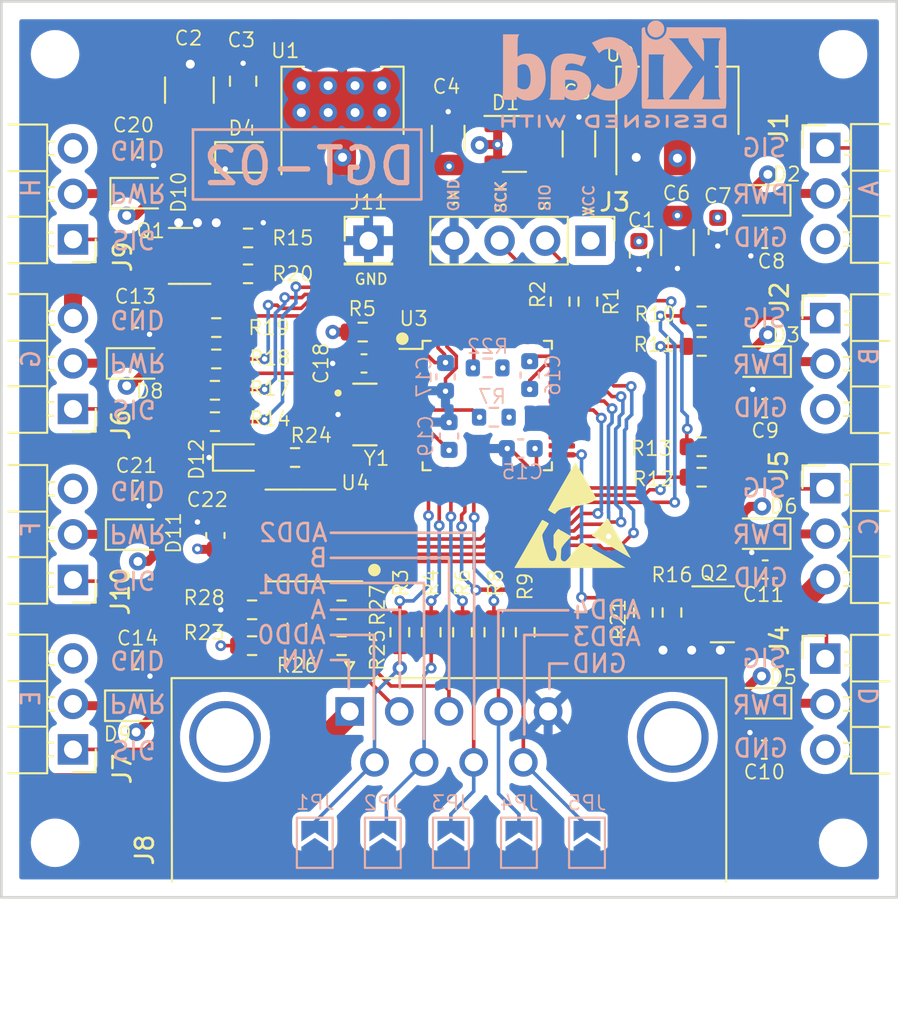
<source format=kicad_pcb>
(kicad_pcb (version 20221018) (generator pcbnew)
  (layers (0 "F.Cu" jumper) (1 "In1.Cu" mixed) (2 "In2.Cu" mixed) (31 "B.Cu" signal) (34 "B.Paste" user) (35 "F.Paste" user) (36 "B.SilkS" user "B.Silkscreen") (37 "F.SilkS" user "F.Silkscreen") (38 "B.Mask" user) (39 "F.Mask" user) (44 "Edge.Cuts" user))
  (net 0 "")
  (net 1 "+3V3")
  (net 2 "GND")
  (net 3 "+5V")
  (net 4 "/VIN")
  (net 5 "Net-(D1-K)")
  (net 6 "/SEG_A")
  (net 7 "/SEG_B")
  (net 8 "/SEG_C")
  (net 9 "/SWIO")
  (net 10 "/SWCLK")
  (net 11 "/SEG_D")
  (net 12 "/SEG_E")
  (net 13 "/SEG_F")
  (net 14 "/SEG_G")
  (net 15 "/A")
  (net 16 "/B")
  (net 17 "/SEG_H")
  (net 18 "Net-(D2-K)")
  (net 19 "Net-(D3-K)")
  (net 20 "Net-(J10-Pin_3)")
  (net 21 "Net-(D5-K)")
  (net 22 "Net-(D6-K)")
  (net 23 "Net-(D8-K)")
  (net 24 "Net-(D9-K)")
  (net 25 "/USART1_TX")
  (net 26 "/USART1_RX")
  (net 27 "/USART1_CTS")
  (net 28 "/USART1_RTS")
  (net 29 "Net-(U3-VBAT)")
  (net 30 "Net-(D10-K)")
  (net 31 "Net-(D11-K)")
  (net 32 "Net-(D4-A)")
  (net 33 "Net-(U4-B)")
  (net 34 "Net-(U4-A)")
  (net 35 "Net-(D12-A)")
  (net 36 "Net-(J1-Pin_3)")
  (net 37 "Net-(J3-Pin_2)")
  (net 38 "Net-(J3-Pin_3)")
  (net 39 "Net-(JP1-B)")
  (net 40 "Net-(JP2-B)")
  (net 41 "Net-(JP3-B)")
  (net 42 "Net-(JP4-B)")
  (net 43 "Net-(JP5-B)")
  (net 44 "/ADD1")
  (net 45 "/ADD2")
  (net 46 "/ADD3")
  (net 47 "/DRV_HR")
  (net 48 "/ADD0")
  (net 49 "/ADD4")
  (net 50 "/DRV_VR")
  (net 51 "Net-(U3-NRST)")
  (net 52 "Net-(U3-PB0)")
  (net 53 "Net-(U3-PB1)")
  (net 54 "Net-(U3-PB2)")
  (net 55 "Net-(U3-PB3)")
  (net 56 "Net-(U3-PB4)")
  (net 57 "Net-(U3-PB5)")
  (net 58 "Net-(U3-PB6)")
  (net 59 "Net-(U3-PB7)")
  (net 60 "Net-(U3-PC14)")
  (net 61 "Net-(U3-PB12)")
  (net 62 "Net-(U3-BOOT0)")
  (net 65 "Net-(U3-PD0)")
  (net 66 "Net-(U3-PD1)")
  (net 77 "/LED")
  (footprint "Resistor_SMD:R_0603_1608Metric" (layer "F.Cu") (at 164.1 91.6)
    (fp_text reference "R12")
    (fp_text value "100R" hide)
  )
  (footprint "Diode_SMD:D_SOD-323" (layer "F.Cu") (at 167.45 94.75 180)
    (fp_text reference "D6")
    (fp_text value "1N5819WS" hide)
  )
  (footprint "Resistor_SMD:R_0603_1608Metric" (layer "F.Cu") (at 138.775 80.25 180)
    (fp_text reference "R20")
    (fp_text value "100R" hide)
  )
  (footprint "Capacitor_SMD:C_0603_1608Metric" (layer "F.Cu") (at 167.6 106.8)
    (fp_text reference "C10")
    (fp_text value "1uF" hide)
  )
  (footprint "Diode_SMD:D_SOD-323" (layer "F.Cu") (at 132.45 94.8)
    (fp_text reference "D11")
    (fp_text value "1N5819WS" hide)
  )
  (footprint "PLT-01:PinHeader_1x03_P2.54mm_Horizontal_Nilo" (layer "F.Cu") (at 171 82.725)
    (fp_text reference "J2")
    (fp_text value "Con_1x3P" hide)
  )
  (footprint "MountingHole:MountingHole_2.2mm_M2" (layer "F.Cu") (at 128 112)
    (fp_text reference "H3" hide)
    (fp_text value "MountingHole" hide)
  )
  (footprint "Capacitor_SMD:C_0603_1608Metric" (layer "F.Cu") (at 132.725 73.25 180)
    (fp_text reference "C20")
    (fp_text value "1uF" hide)
  )
  (footprint "Resistor_SMD:R_0603_1608Metric" (layer "F.Cu") (at 144 99 180)
    (fp_text reference "R27")
    (fp_text value "1R" hide)
  )
  (footprint "MountingHole:MountingHole_2.2mm_M2" (layer "F.Cu") (at 172 112)
    (fp_text reference "H4" hide)
    (fp_text value "MountingHole" hide)
  )
  (footprint "Diode_SMD:D_SOD-323" (layer "F.Cu") (at 167.45 76.15 180)
    (fp_text reference "D2")
    (fp_text value "1N5819WS" hide)
  )
  (footprint "Resistor_SMD:R_0603_1608Metric" (layer "F.Cu") (at 144 101 180)
    (fp_text reference "R25")
    (fp_text value "1R" hide)
  )
  (footprint "Capacitor_SMD:C_0603_1608Metric" (layer "F.Cu") (at 132.475 92.3 180)
    (fp_text reference "C21")
    (fp_text value "1uF" hide)
  )
  (footprint "Resistor_SMD:R_0603_1608Metric" (layer "F.Cu") (at 149 100.25 90)
    (fp_text reference "R4")
    (fp_text value "1K" hide)
  )
  (footprint "Symbol:ESD-Logo_6.6x6mm_SilkScreen" (layer "F.Cu") (at 156.9 93.7)
    (fp_text reference "SYM1" hide)
    (fp_text value "SYM_ESD_Small" hide)
  )
  (footprint "Resistor_SMD:R_0603_1608Metric" (layer "F.Cu") (at 137 85 180)
    (fp_text reference "R18")
    (fp_text value "100R" hide)
  )
  (footprint "Resistor_SMD:R_0603_1608Metric" (layer "F.Cu") (at 157.75 81.8 -90)
    (fp_text reference "R1")
    (fp_text value "100R" hide)
  )
  (footprint "Resistor_SMD:R_0603_1608Metric" (layer "F.Cu") (at 150.75 100.25 90)
    (fp_text reference "R6")
    (fp_text value "1K" hide)
  )
  (footprint "PLT-01:PinHeader_1x03_P2.54mm_Horizontal_Nilo" (layer "F.Cu") (at 129 78.33 180)
    (fp_text reference "J9")
    (fp_text value "Con_1x3P" hide)
  )
  (footprint "Resistor_SMD:R_0603_1608Metric" (layer "F.Cu") (at 141.4 90.5)
    (fp_text reference "R24")
    (fp_text value "10K" hide)
  )
  (footprint "Resistor_SMD:R_0603_1608Metric" (layer "F.Cu") (at 139 101 180)
    (fp_text reference "R23")
    (fp_text value "376R" hide)
  )
  (footprint "Package_TO_SOT_SMD:SOT-223" (layer "F.Cu") (at 162.75 70.6 90)
    (fp_text reference "U2")
    (fp_text value "LM1117-3.3" hide)
  )
  (footprint "PLT-01:OSC_CSTNE8M00G55Z000R0" (layer "F.Cu") (at 145.3 88.1 -90)
    (fp_text reference "Y1")
    (fp_text value "CSTNE8M00G55Z000R0" hide)
  )
  (footprint "Package_TO_SOT_SMD:SOT-23" (layer "F.Cu") (at 165.2575 99.25)
    (fp_text reference "Q2")
    (fp_text value "IRLML2502" hide)
  )
  (footprint "Capacitor_SMD:C_1206_3216Metric" (layer "F.Cu") (at 162.75 78.5 90)
    (fp_text reference "C6")
    (fp_text value "10uF" hide)
  )
  (footprint "Diode_SMD:D_SOD-323" (layer "F.Cu") (at 132.4 104.35)
    (fp_text reference "D9")
    (fp_text value "1N5819WS" hide)
  )
  (footprint "LED_SMD:LED_0603_1608Metric" (layer "F.Cu") (at 138.3 90.5)
    (fp_text reference "D12")
    (fp_text value "RED 0603" hide)
  )
  (footprint "Package_TO_SOT_SMD:SOT-223" (layer "F.Cu") (at 144.05 70.6 90)
    (fp_text reference "U1")
    (fp_text value "LM1117-5.0" hide)
  )
  (footprint "Capacitor_SMD:C_0603_1608Metric" (layer "F.Cu") (at 167.625 87.75)
    (fp_text reference "C9")
    (fp_text value "1uF" hide)
  )
  (footprint "Capacitor_SMD:C_0603_1608Metric" (layer "F.Cu") (at 132.5 82.75 180)
    (fp_text reference "C13")
    (fp_text value "1uF" hide)
  )
  (footprint "Diode_SMD:D_SOD-323" (layer "F.Cu") (at 132.5 85.25)
    (fp_text reference "D8")
    (fp_text value "1N5819WS" hide)
  )
  (footprint "Resistor_SMD:R_0603_1608Metric" (layer "F.Cu") (at 156.2 81.8 -90)
    (fp_text reference "R2")
    (fp_text value "100R" hide)
  )
  (footprint "Connector_PinHeader_2.54mm:PinHeader_1x04_P2.54mm_Vertical" (layer "F.Cu") (at 157.9 78.4 -90)
    (fp_text reference "J3")
    (fp_text value "Conn_01x04_Male" hide)
  )
  (footprint "Capacitor_SMD:C_0603_1608Metric" (layer "F.Cu") (at 167.625 78.3)
    (fp_text reference "C8")
    (fp_text value "1uF" hide)
  )
  (footprint "PLT-01:PinHeader_1x03_P2.54mm_Horizontal_Nilo" (layer "F.Cu") (at 171 101.725)
    (fp_text reference "J4")
    (fp_text value "Con_1x3P" hide)
  )
  (footprint "Resistor_SMD:R_0603_1608Metric" (layer "F.Cu") (at 154.25 100.25 90)
    (fp_text reference "R9")
    (fp_text value "1K" hide)
  )
  (footprint "MountingHole:MountingHole_2.2mm_M2" (layer "F.Cu") (at 172 68)
    (fp_text reference "H2" hide)
    (fp_text value "MountingHole" hide)
  )
  (footprint "PLT-01:PinHeader_1x03_P2.54mm_Horizontal_Nilo" (layer "F.Cu") (at 171 92.21)
    (fp_text reference "J5")
    (fp_text value "Con_1x3P" hide)
  )
  (footprint "Resistor_SMD:R_0603_1608Metric" (layer "F.Cu") (at 160.845 99.15 -90)
    (fp_text reference "R21")
    (fp_text value "100R" hide)
  )
  (footprint "Resistor_SMD:R_0603_1608Metric" (layer "F.Cu") (at 164.1 82.6)
    (fp_text reference "R10")
    (fp_text value "100R" hide)
  )
  (footprint "Resistor_SMD:R_0603_1608Metric" (layer "F.Cu") (at 136.925 86.75 180)
    (fp_text reference "R17")
    (fp_text value "100R" hide)
  )
  (footprint "Resistor_SMD:R_0603_1608Metric" (layer "F.Cu") (at 164.1 84.3)
    (fp_text reference "R11")
    (fp_text value "100R" hide)
  )
  (footprint "Resistor_SMD:R_0603_1608Metric" (layer "F.Cu") (at 136.925 88.5 180)
    (fp_text reference "R14")
    (fp_text value "100R" hide)
  )
  (footprint "PLT-01:PinHeader_1x03_P2.54mm_Horizontal_Nilo" (layer "F.Cu") (at 129 87.79 180)
    (fp_text reference "J6")
    (fp_text value "Con_1x3P" hide)
  )
  (footprint "Resistor_SMD:R_0603_1608Metric" (layer "F.Cu") (at 152.5 100.25 90)
    (fp_text reference "R8")
    (fp_text value "1K" hide)
  )
  (footprint "Diode_SMD:D_SOD-323" (layer "F.Cu") (at 132.7 75.75)
    (fp_text reference "D10")
    (fp_text value "1N5819WS" hide)
  )
  (footprint "Capacitor_SMD:C_0603_1608Metric" (layer "F.Cu") (at 132.525 101.8 180)
    (fp_text reference "C14")
    (fp_text value "1uF" hide)
  )
  (footprint "Diode_SMD:D_SOD-323" (layer "F.Cu") (at 167.475 85.15 180)
    (fp_text reference "D3")
    (fp_text value "1N5819WS" hide)
  )
  (footprint "PLT-01:PinHeader_1x03_P2.54mm_Horizontal_Nilo" (layer "F.Cu") (at 129 97.33 180)
    (fp_text reference "J10")
    (fp_text value "Con_1x3P" hide)
  )
  (footprint "PLT-01:PinHeader_1x03_P2.54mm_Horizontal_Nilo" (layer "F.Cu") (at 171 73.225)
    (fp_text reference "J1")
    (fp_text value "Con_1x3P" hide)
  )
  (footprint "Package_TO_SOT_SMD:SOT-23" (layer "F.Cu") (at 153.65 73)
    (fp_text reference "D1")
    (fp_text value "BAT54C" hide)
  )
  (footprint "Connector_Dsub:DSUB-9_Male_Horizontal_P2.77x2.84mm_EdgePinOffset7.70mm_Housed_MountingHolesOffset9.12mm" (layer "F.Cu") (at 144.45 104.669669)
    (fp_text reference "J8")
    (fp_text value "DB9_Male" hide)
  )
  (footprint "PLT-01:PinHeader_1x03_P2.54mm_Horizontal_Nilo" (layer "F.Cu") (at 129 106.79 180)
    (fp_text reference "J7")
    (fp_text value "Con_1x3P" hide)
  )
  (footprint "Capacitor_SMD:C_0603_1608Metric" (layer "F.Cu") (at 145.25 85.25 180)
    (fp_text reference "C18")
    (fp_text value "100nF" hide)
  )
  (footprint "Resistor_SMD:R_0603_1608Metric" (layer "F.Cu") (at 141.5 100 -90)
    (fp_text reference "R26")
    (fp_text value "120R" hide)
  )
  (footprint "Resistor_SMD:R_0603_1608Metric" (layer "F.Cu") (at 137 83.25 180)
    (fp_text reference "R19")
    (fp_text value "100R" hide)
  )
  (footprint "Capacitor_SMD:C_0603_1608Metric" (layer "F.Cu") (at 136.95 94.85 90)
    (fp_text reference "C22")
    (fp_text value "100nF" hide)
  )
  (footprint "Capacitor_SMD:C_0805_2012Metric" (layer "F.Cu") (at 138.5 69.5 -90)
    (fp_text reference "C3")
    (fp_text value "1uF" hide)
  )
  (footprint "Package_TO_SOT_SMD:SOT-23" (layer "F.Cu") (at 135 79.25 180)
    (fp_text reference "Q1")
    (fp_text value "IRLML2502" hide)
  )
  (footprint "Resistor_SMD:R_0603_1608Metric" (layer "F.Cu") (at 138.775 78.25)
    (fp_text reference "R15")
    (fp_text value "10K" hide)
  )
  (footprint "Package_SO:SOIC-8_3.9x4.9mm_P1.27mm" (layer "F.Cu") (at 141.7 94.85 180)
    (fp_text reference "U4")
    (fp_text value "MAX485E" hide)
  )
  (footprint "Resistor_SMD:R_0603_1608Metric" (layer "F.Cu") (at 162.445 99.15 -90)
    (fp_text reference "R16")
    (fp_text value "10K" hide)
  )
  (footprint "Resistor_SMD:R_0603_1608Metric" (layer "F.Cu") (at 145.175 83.5)
    (fp_text reference "R5")
    (fp_text value "1R" hide)
  )
  (footprint "Resistor_SMD:R_0603_1608Metric" (layer "F.Cu") (at 164.1 89.9)
    (fp_text reference "R13")
    (fp_text value "100R" hide)
  )
  (footprint "Connector_PinHeader_2.54mm:PinHeader_1x01_P2.54mm_Vertical" (layer "F.Cu") (at 145.5 78.4)
    (fp_text reference "J11")
    (fp_text value "Conn_01x01_Pin" hide)
  )
  (footprint "Capacitor_SMD:C_0603_1608Metric" (layer "F.Cu") (at 160.6 79.2 -90)
    (fp_text reference "C1")
    (fp_text value "100nF" hide)
  )
  (footprint "Capacitor_SMD:C_1206_3216Metric" (layer "F.Cu") (at 157.25 73 -90)
    (fp_text reference "C5")
    (fp_text value "10uF" hide)
  )
  (footprint "Capacitor_SMD:C_0603_1608Metric" (layer "F.Cu") (at 167.65 96.75)
    (fp_text reference "C11")
    (fp_text value "1uF" hide)
  )
  (footprint "Capacitor_SMD:C_0603_1608Metric" (layer "F.Cu") (at 165 77.9 90)
    (fp_text reference "C7")
    (fp_text value "100nF" hide)
  )
  (footprint "Package_QFP:LQFP-48_7x7mm_P0.5mm" (layer "F.Cu") (at 152.13 87.6)
    (fp_text reference "U3")
    (fp_text value "STM32F103C6Tx" hide)
  )
  (footprint "Resistor_SMD:R_0603_1608Metric" (layer "F.Cu") (at 147.25 100.25 90)
    (fp_text reference "R3")
    (fp_text value "1K" hide)
  )
  (footprint "Capacitor_SMD:C_1206_3216Metric" (layer "F.Cu") (at 149.95 72.7 -90)
    (fp_text reference "C4")
    (fp_text value "10uF" hide)
  )
  (footprint "DGT-02:D_SOD-323n" (layer "F.Cu") (at 167.6 104.2125 180)
    (fp_text reference "D5")
    (fp_text value "1N5819WS" hide)
  )
  (footprint "Capacitor_SMD:C_1210_3225Metric" (layer "F.Cu") (at 135.5 70 -90)
    (fp_text reference "C2")
    (fp_text value "100uF" hide)
  )
  (footprint "MountingHole:MountingHole_2.2mm_M2" (layer "F.Cu") (at 128 68)
    (fp_text reference "H1" hide)
    (fp_text value "MountingHole" hide)
  )
  (footprint "Diode_SMD:D_SOD-323" (layer "F.Cu") (at 138.55 73.75)
    (fp_text reference "D4")
    (fp_text value "1N4148WS" hide)
  )
  (footprint "Resistor_SMD:R_0603_1608Metric" (layer "F.Cu") (at 139 99 180)
    (fp_text reference "R28")
    (fp_text value "376R" hide)
  )
  (footprint "Capacitor_SMD:C_0603_1608Metric" (layer "B.Cu") (at 154.5 85.9 -90)
    (fp_text reference "C16")
    (fp_text value "100nF" hide)
  )
  (footprint "Capacitor_SMD:C_0603_1608Metric" (layer "B.Cu") (at 154 90 180)
    (fp_text reference "C15")
    (fp_text value "100nF" hide)
  )
  (footprint "Jumper:SolderJumper-2_P1.3mm_Open_TrianglePad1.0x1.5mm" (layer "B.Cu") (at 157.7 112 90)
    (fp_text reference "JP5")
    (fp_text value "AD4" hide)
  )
  (footprint "Jumper:SolderJumper-2_P1.3mm_Open_TrianglePad1.0x1.5mm" (layer "B.Cu") (at 150.1 112 90)
    (fp_text reference "JP3")
    (fp_text value "AD2" hide)
  )
  (footprint "Resistor_SMD:R_0603_1608Metric" (layer "B.Cu") (at 152.5 88.25)
    (fp_text reference "R7")
    (fp_text value "10K" hide)
  )
  (footprint "Jumper:SolderJumper-2_P1.3mm_Open_TrianglePad1.0x1.5mm" (layer "B.Cu") (at 146.3 112 90)
    (fp_text reference "JP2")
    (fp_text value "AD1" hide)
  )
  (footprint "Jumper:SolderJumper-2_P1.3mm_Open_TrianglePad1.0x1.5mm" (layer "B.Cu") (at 153.9 112 90)
    (fp_text reference "JP4")
    (fp_text value "AD3" hide)
  )
  (footprint "Capacitor_SMD:C_0603_1608Metric" (layer "B.Cu") (at 149.8 86 -90)
    (fp_text reference "C17")
    (fp_text value "100nF" hide)
  )
  (footprint "Jumper:SolderJumper-2_P1.3mm_Open_TrianglePad1.0x1.5mm" (layer "B.Cu") (at 142.5 112 90)
    (fp_text reference "JP1")
    (fp_text value "AD0" hide)
  )
  (footprint "Resistor_SMD:R_0603_1608Metric" (layer "B.Cu") (at 152.15 85.5 180)
    (fp_text reference "R22")
    (fp_text value "1K" hide)
  )
  (footprint "Symbol:KiCad-Logo2_5mm_SilkScreen" (layer "B.Cu") (at 159.2 69.1 180)
    (fp_text reference "LOGO1" hide)
    (fp_text value "Logo_Open_Hardware_Small" hide)
  )
  (footprint "Capacitor_SMD:C_0603_1608Metric" (layer "B.Cu") (at 150 89.3 90)
    (fp_text reference "C19")
    (fp_text value "100nF" hide)
  )
  (gr_line (start 145.8 100.4) (end 143.4 100.4) (stroke (width 0.15)) (layer "B.SilkS"))
  (gr_line (start 150 103.4) (end 150 96.1) (stroke (width 0.15)) (layer "B.SilkS"))
  (gr_line (start 147.25 99) (end 143.4 99) (stroke (width 0.15)) (layer "B.SilkS"))
  (gr_rect (start 135.7 72.2) (end 148.45 76.1) (stroke (width 0.15)) (fill none) (layer "B.SilkS"))
  (gr_line (start 150 96.1) (end 143.4 96.1) (stroke (width 0.15)) (layer "B.SilkS"))
  (gr_line (start 151.4 94.7) (end 143.4 94.7) (stroke (width 0.15)) (layer "B.SilkS"))
  (gr_line (start 148.6 97.5) (end 143.4 97.5) (stroke (width 0.15)) (layer "B.SilkS"))
  (gr_line (start 152.75 103.35) (end 152.75 99.025) (stroke (width 0.15)) (layer "B.SilkS"))
  (gr_line (start 147.25 103.35) (end 147.25 99) (stroke (width 0.15)) (layer "B.SilkS"))
  (gr_line (start 154.2 105.95) (end 154.2 100.4) (stroke (width 0.15)) (layer "B.SilkS"))
  (gr_line (start 156.65 99.025) (end 152.75 99.025) (stroke (width 0.15)) (layer "B.SilkS"))
  (gr_line (start 151.4 106.2) (end 151.4 94.7) (stroke (width 0.15)) (layer "B.SilkS"))
  (gr_line (start 144.4 103.4) (end 144.4 101.8) (stroke (width 0.15)) (layer "B.SilkS"))
  (gr_line (start 156.6 102) (end 155.6 102) (stroke (width 0.15)) (layer "B.SilkS"))
  (gr_line (start 155.6 103.4) (end 155.6 102) (stroke (width 0.15)) (layer "B.SilkS"))
  (gr_line (start 144.4 101.8) (end 143.4 101.8) (stroke (width 0.15)) (layer "B.SilkS"))
  (gr_line (start 145.8 106.2) (end 145.8 100.4) (stroke (width 0.15)) (layer "B.SilkS"))
  (gr_line (start 156.6 100.4) (end 154.2 100.4) (stroke (width 0.15)) (layer "B.SilkS"))
  (gr_line (start 148.6 106.2) (end 148.6 97.5) (stroke (width 0.15)) (layer "B.SilkS"))
  (gr_circle (center 147.39 83.87) (end 147.69 83.87) (stroke (width 0.1)) (fill solid) (layer "F.SilkS"))
  (gr_circle (center 145.83 96.78) (end 146.13 96.78) (stroke (width 0.1)) (fill solid) (layer "F.SilkS"))
  (gr_rect (start 125 65.045) (end 175 115.045) (stroke (width 0.15)) (fill none) (layer "Edge.Cuts"))
  (gr_text "F" (at 126.65 94.5 90) (layer "B.SilkS") (effects (font (size 1 1)) (justify mirror)))
  (gr_text "GND" (at 158.4 102) (layer "B.SilkS") (effects (font (size 1 1)) (justify mirror)))
  (gr_text "ADD4" (at 158.8 99) (layer "B.SilkS") (effects (font (size 1 1)) (justify mirror)))
  (gr_text "B" (at 173.45 84.85 90) (layer "B.SilkS") (effects (font (size 1 1)) (justify mirror)))
  (gr_text "C" (at 173.45 94.35 90) (layer "B.SilkS") (effects (font (size 1 1)) (justify mirror)))
  (gr_text "A" (at 173.45 75.5 90) (layer "B.SilkS") (effects (font (size 1 1)) (justify mirror)))
  (gr_text "SCK" (at 152.85 76 -90) (layer "B.SilkS") (effects (font (size 0.6 0.6) (thickness 0.1)) (justify mirror)))
  (gr_text "E" (at 126.65 103.95 90) (layer "B.SilkS") (effects (font (size 1 1)) (justify mirror)))
  (gr_text "ADD2" (at 141.3 94.7) (layer "B.SilkS") (effects (font (size 1 1)) (justify mirror)))
  (gr_text "G" (at 126.65 85 90) (layer "B.SilkS") (effects (font (size 1 1)) (justify mirror)))
  (gr_text "H" (at 126.65 75.45 90) (layer "B.SilkS") (effects (font (size 1 1)) (justify mirror)))
  (gr_text "SIO" (at 155.3 76 -90) (layer "B.SilkS") (effects (font (size 0.6 0.6) (thickness 0.1)) (justify mirror)))
  (gr_text "VIN" (at 141.8 101.8) (layer "B.SilkS") (effects (font (size 1 1)) (justify mirror)))
  (gr_text "D" (at 173.45 103.8 90) (layer "B.SilkS") (effects (font (size 1 1)) (justify mirror)))
  (gr_text "ADD1" (at 141.2 97.6) (layer "B.SilkS") (effects (font (size 1 1)) (justify mirror)))
  (gr_text "VCC" (at 157.75 76.15 -90) (layer "B.SilkS") (effects (font (size 0.6 0.6) (thickness 0.1)) (justify mirror)))
  (gr_text "ADD0" (at 141.2 100.4) (layer "B.SilkS") (effects (font (size 1 1)) (justify mirror)))
  (gr_text "ADD3" (at 158.8 100.5) (layer "B.SilkS") (effects (font (size 1 1)) (justify mirror)))
  (gr_text "A\n" (at 142.7 99) (layer "B.SilkS") (effects (font (size 1 1)) (justify mirror)))
  (gr_text "GND" (at 150.2 75.85 -90) (layer "B.SilkS") (effects (font (size 0.6 0.6) (thickness 0.1)) (justify mirror)))
  (gr_text "B" (at 142.7 96.1) (layer "B.SilkS") (effects (font (size 1 1)) (justify mirror)))
  (gr_text "DGT-02" (at 142.2 74.25) (layer "B.SilkS") (effects (font (size 2 2) (thickness 0.3)) (justify mirror)))
  (gr_text "VCC" (at 157.8 76.15 90) (layer "F.SilkS") (effects (font (size 0.6 0.6) (thickness 0.1))))
  (gr_text "SIO" (at 155.35 76 90) (layer "F.SilkS") (effects (font (size 0.6 0.6) (thickness 0.1))))
  (gr_text "GND" (at 150.25 75.85 90) (layer "F.SilkS") (effects (font (size 0.6 0.6) (thickness 0.1))))
  (gr_text "GND" (at 145.65 80.55) (layer "F.SilkS") (effects (font (size 0.6 0.6) (thickness 0.1))))
  (gr_text "SCK" (at 152.9 75.95 90) (layer "F.SilkS") (effects (font (size 0.6 0.6) (thickness 0.1))))
  (segment (start 137.25 96.75) (end 137 96.5) (width 0.5) (layer "F.Cu") (net 1))
  (segment (start 138.175 101) (end 137.25 101) (width 0.2) (layer "F.Cu") (net 1))
  (segment (start 136.95 95.625) (end 135.975 95.625) (width 0.5) (layer "F.Cu") (net 1))
  (segment (start 135.975 95.625) (end 135.95 95.6) (width 0.5) (layer "F.Cu") (net 1))
  (segment (start 137 96.5) (end 137 95.675) (width 0.5) (layer "F.Cu") (net 1))
  (segment (start 137 95.675) (end 136.95 95.625) (width 0.5) (layer "F.Cu") (net 1))
  (segment (start 137.75 96.75) (end 137.755 96.755) (width 0.2) (layer "F.Cu") (net 1))
  (segment (start 139.225 96.755) (end 137.755 96.755) (width 0.2) (layer "F.Cu") (net 1))
  (segment (start 143.4 83.6) (end 143.5 83.5) (width 0.5) (layer "F.Cu") (net 1))
  (segment (start 144.35 83.5) (end 143.5 83.5) (width 0.5) (layer "F.Cu") (net 1))
  (segment (start 137.75 96.75) (end 137.25 96.75) (width 0.5) (layer "F.Cu") (net 1))
  (via (at 162.75 77) (size 0.6) (drill 0.3) (layers "F.Cu" "B.Cu") (net 1))
  (via (at 162.75 73.8) (size 1) (drill 0.5) (layers "F.Cu" "B.Cu") (net 1))
  (via (at 137.25 101) (size 0.6) (drill 0.3) (layers "F.Cu" "B.Cu") (net 1))
  (via (at 160.6 78.45) (size 0.6) (drill 0.3) (layers "F.Cu" "B.Cu") (net 1))
  (via (at 143.5 83.5) (size 0.8) (drill 0.4) (layers "F.Cu" "B.Cu") (net 1))
  (via (at 165 77.1) (size 0.6) (drill 0.3) (layers "F.Cu" "B.Cu") (net 1))
  (via (at 135.95 95.6) (size 0.6) (drill 0.3) (layers "F.Cu" "B.Cu") (net 1))
  (segment (start 133.275 82.75) (end 133.275 83.625) (width 0.5) (layer "F.Cu") (net 2))
  (segment (start 133.3 102.7) (end 133.3 101.8) (width 0.5) (layer "F.Cu") (net 2))
  (segment (start 137.5125 90.5) (end 136.6 90.5) (width 0.2) (layer "F.Cu") (net 2))
  (segment (start 137.805 92.945) (end 137.36 92.945) (width 0.5) (layer "F.Cu") (net 2))
  (segment (start 135.9375 77.5625) (end 135.9375 78.3) (width 0.5) (layer "F.Cu") (net 2))
  (segment (start 144.475 85.25) (end 143.5 85.25) (width 0.2) (layer "F.Cu") (net 2))
  (segment (start 137.5 74.6) (end 137.5 74.4) (width 0.2) (layer "F.Cu") (net 2))
  (segment (start 164.3075 101.2125) (end 164.345 101.25) (width 0.5) (layer "F.Cu") (net 2))
  (segment (start 166.85 78.3) (end 166.85 79.25) (width 0.5) (layer "F.Cu") (net 2))
  (segment (start 137.5 73.75) (end 137.5 74.4) (width 0.2) (layer "F.Cu") (net 2))
  (segment (start 153.4 90) (end 153.25 90) (width 0.2) (layer "F.Cu") (net 2))
  (segment (start 133.25 93.2) (end 133.25 93.15) (width 0.5) (layer "F.Cu") (net 2))
  (segment (start 162.445 100.75) (end 161.945 101.25) (width 0.5) (layer "F.Cu") (net 2))
  (segment (start 164.3075 100.2) (end 164.3075 101.2125) (width 0.5) (layer "F.Cu") (net 2))
  (segment (start 133.3 83.65) (end 133.275 83.625) (width 0.5) (layer "F.Cu") (net 2))
  (segment (start 155.35 85.35) (end 154.5 86.2) (width 0.2) (layer "F.Cu") (net 2))
  (segment (start 139.625 77.4) (end 139.6 77.525) (width 0.2) (layer "F.Cu") (net 2))
  (segment (start 139.6 77.525) (end 139.6 78.25) (width 0.2) (layer "F.Cu") (net 2))
  (segment (start 149.88 84.314994) (end 150.399511 84.834505) (width 0.2) (layer "F.Cu") (net 2))
  (segment (start 136.95 94.075) (end 135.975 94.075) (width 0.5) (layer "F.Cu") (net 2))
  (segment (start 166.875 95.825) (end 166.9 95.8) (width 0.5) (layer "F.Cu") (net 2))
  (segment (start 156.2925 85.35) (end 155.35 85.35) (width 0.2) (layer "F.Cu") (net 2))
  (segment (start 135.95 77.4) (end 136.95 77.4) (width 1) (layer "F.Cu") (net 2))
  (segment (start 135.975 94.075) (end 135.95 94.1) (width 0.5) (layer "F.Cu") (net 2))
  (segment (start 150.399511 85.500489) (end 149.8 86.1) (width 0.2) (layer "F.Cu") (net 2))
  (segment (start 149.88 83.4375) (end 149.88 84.314994) (width 0.2) (layer "F.Cu") (net 2))
  (segment (start 166.825 106.8) (end 166.825 105.875) (width 0.5) (layer "F.Cu") (net 2))
  (segment (start 165.145 101.25) (end 161.945 101.25) (width 1) (layer "F.Cu") (net 2))
  (segment (start 166.95 87.75) (end 166.95 86.7) (width 0.5) (layer "F.Cu") (net 2))
  (segment (start 136 77.5) (end 135.9375 77.5625) (width 0.5) (layer "F.Cu") (net 2))
  (segment (start 154.38 90.98) (end 153.4 90) (width 0.2) (layer "F.Cu") (net 2))
  (segment (start 133.25 93.15) (end 133.25 92.3) (width 0.5) (layer "F.Cu") (net 2))
  (segment (start 137.36 92.945) (end 136.95 93.355) (width 0.5) (layer "F.Cu") (net 2))
  (segment (start 136.95 93.355) (end 136.95 94.075) (width 0.5) (layer "F.Cu") (net 2))
  (segment (start 138.175 99) (end 137.25 99) (width 0.2) (layer "F.Cu") (net 2))
  (segment (start 162.445 99.975) (end 162.445 100.75) (width 0.5) (layer "F.Cu") (net 2))
  (segment (start 135.95 77.4) (end 134.9 77.4) (width 1) (layer "F.Cu") (net 2))
  (segment (start 149.2 88.5) (end 150 88.5) (width 0.2) (layer "F.Cu") (net 2))
  (segment (start 149.05 88.35) (end 149.2 88.5) (width 0.2) (layer "F.Cu") (net 2))
  (segment (start 145.3 88.1) (end 143.8 88.1) (width 0.2) (layer "F.Cu") (net 2))
  (segment (start 150.399511 84.834505) (end 150.399511 85.500489) (width 0.2) (layer "F.Cu") (net 2))
  (segment (start 139.225 92.945) (end 137.805 92.945) (width 0.2) (layer "F.Cu") (net 2))
  (segment (start 166.875 96.75) (end 166.875 95.825) (width 0.5) (layer "F.Cu") (net 2))
  (segment (start 149.8 86.1) (end 149.8 86.8) (width 0.2) (layer "F.Cu") (net 2))
  (segment (start 166.825 105.875) (end 166.8 105.85) (width 0.5) (layer "F.Cu") (net 2))
  (segment (start 154.38 91.7625) (end 154.38 90.98) (width 0.2) (layer "F.Cu") (net 2))
  (segment (start 154.5 86.2) (end 154.5 86.675) (width 0.2) (layer "F.Cu") (net 2))
  (segment (start 147.9675 88.35) (end 149.05 88.35) (width 0.2) (layer "F.Cu") (net 2))
  (segment (start 133.5 73.25) (end 133.5 74.2) (width 0.5) (layer "F.Cu") (net 2))
  (via (at 133.25 93.2) (size 0.6) (drill 0.3) (layers "F.Cu" "B.Cu") (net 2))
  (via (at 166.85 79.25) (size 0.6) (drill 0.3) (layers "F.Cu" "B.Cu") (net 2))
  (via (at 135.95 94.1) (size 0.6) (drill 0.3) (layers "F.Cu" "B.Cu") (net 2))
  (via (at 163.545 101.25) (size 1) (drill 0.5) (layers "F.Cu" "B.Cu") (net 2))
  (via (at 162.75 79.95) (size 0.6) (drill 0.3) (layers "F.Cu" "B.Cu") (net 2))
  (via (at 136.6 90.5) (size 0.6) (drill 0.3) (layers "F.Cu" "B.Cu") (net 2))
  (via (at 138.5 68.5) (size 0.6) (drill 0.3) (layers "F.Cu" "B.Cu") (net 2))
  (via (at 149.8 86.8) (size 0.6) (drill 0.3) (layers "F.Cu" "B.Cu") (net 2))
  (via (at 154.5 86.7) (size 0.6) (drill 0.3) (layers "F.Cu" "B.Cu") (net 2))
  (via (at 153 85.5) (size 0.6) (drill 0.3) (layers "F.Cu" "B.Cu") (net 2))
  (via (at 135.55 68.55) (size 1) (drill 0.5) (layers "F.Cu" "B.Cu") (net 2))
  (via (at 160.45 73.75) (size 1) (drill 0.5) (layers "F.Cu" "B.Cu") (net 2))
  (via (at 149.95 71.2) (size 0.6) (drill 0.3) (layers "F.Cu" "B.Cu") (net 2))
  (via (at 161.945 101.25) (size 1) (drill 0.5) (layers "F.Cu" "B.Cu") (net 2))
  (via (at 157.25 71.5) (size 0.6) (drill 0.3) (layers "F.Cu" "B.Cu") (net 2))
  (via (at 166.9 95.8) (size 0.6) (drill 0.3) (layers "F.Cu" "B.Cu") (net 2))
  (via (at 137.25 99) (size 0.6) (drill 0.3) (layers "F.Cu" "B.Cu") (net 2))
  (via (at 137.5 74.4) (size 0.6) (drill 0.3) (layers "F.Cu" "B.Cu") (net 2))
  (via (at 160.6 80) (size 0.6) (drill 0.3) (layers "F.Cu" "B.Cu") (net 2))
  (via (at 143.8 88.1) (size 0.6) (drill 0.3) (layers "F.Cu" "B.Cu") (net 2))
  (via (at 135.95 77.4) (size 1) (drill 0.5) (layers "F.Cu" "B.Cu") (net 2))
  (via (at 166.8 105.85) (size 0.6) (drill 0.3) (layers "F.Cu" "B.Cu") (net 2))
  (via (at 133.275 83.625) (size 0.6) (drill 0.3) (layers "F.Cu" "B.Cu") (net 2))
  (via (at 165.145 101.25) (size 1) (drill 0.5) (layers "F.Cu" "B.Cu") (net 2))
  (via (at 134.9 77.4) (size 1) (drill 0.5) (layers "F.Cu" "B.Cu") (net 2))
  (via (at 165 78.7) (size 0.6) (drill 0.3) (layers "F.Cu" "B.Cu") (net 2))
  (via (at 150 88.55) (size 0.6) (drill 0.3) (layers "F.Cu" "B.Cu") (net 2))
  (via (at 133.5 74.2) (size 0.6) (drill 0.3) (layers "F.Cu" "B.Cu") (net 2))
  (via (at 133.3 102.7) (size 0.6) (drill 0.3) (layers "F.Cu" "B.Cu") (net 2))
  (via (at 139.625 77.4) (size 0.6) (drill 0.3) (layers "F.Cu" "B.Cu") (net 2))
  (via (at 143.5 85.25) (size 0.6) (drill 0.3) (layers "F.Cu" "B.Cu") (net 2))
  (via (at 137 77.4) (size 1) (drill 0.5) (layers "F.Cu" "B.Cu") (net 2))
  (via (at 166.95 86.7) (size 0.6) (drill 0.3) (layers "F.Cu" "B.Cu") (net 2))
  (via (at 153.25 90) (size 0.6) (drill 0.3) (layers "F.Cu" "B.Cu") (net 2))
  (segment (start 158.875 112.725) (end 159.1 112.5) (width 0.5) (layer "B.Cu") (net 2))
  (segment (start 146.3 112.725) (end 150.1 112.725) (width 0.5) (layer "B.Cu") (net 2))
  (segment (start 155.53 106.13) (end 155.53 104.669669) (width 0.5) (layer "B.Cu") (net 2))
  (segment (start 142.5 112.725) (end 146.3 112.725) (width 0.5) (layer "B.Cu") (net 2))
  (segment (start 159.1 112.5) (end 159.1 109.7) (width 0.5) (layer "B.Cu") (net 2))
  (segment (start 159.1 109.7) (end 155.53 106.13) (width 0.5) (layer "B.Cu") (net 2))
  (segment (start 150.1 112.725) (end 153.9 112.725) (width 0.5) (layer "B.Cu") (net 2))
  (segment (start 153.9 112.725) (end 157.7 112.725) (width 0.5) (layer "B.Cu") (net 2))
  (segment (start 157.7 112.725) (end 158.875 112.725) (width 0.5) (layer "B.Cu") (net 2))
  (segment (start 166.4 76.1) (end 166.8 75.7) (width 0.2) (layer "F.Cu") (net 3))
  (segment (start 133.1 85.75) (end 133.1 85.65) (width 0.2) (layer "F.Cu") (net 3))
  (segment (start 166.6 103.55) (end 166.6 103.4) (width 0.5) (layer "F.Cu") (net 3))
  (segment (start 167.8 74.75) (end 167.8 74.7) (width 0.5) (layer "F.Cu") (net 3))
  (segment (start 151.7425 73.0375) (end 152.7125 73.0375) (width 0.5) (layer "F.Cu") (net 3))
  (segment (start 166.425 94.1) (end 166.4 94.125) (width 0.2) (layer "F.Cu") (net 3))
  (segment (start 166.6 103.4) (end 167.3 102.7) (width 0.5) (layer "F.Cu") (net 3))
  (segment (start 133.1 85.65) (end 133.5 85.25) (width 0.2) (layer "F.Cu") (net 3))
  (segment (start 133.5 96) (end 133.5 95.5) (width 0.5) (layer "F.Cu") (net 3))
  (segment (start 166.4 94.125) (end 166.4 94.75) (width 0.2) (layer "F.Cu") (net 3))
  (segment (start 166.8 75.7) (end 167.8 74.7) (width 0.5) (layer "F.Cu") (net 3))
  (segment (start 166.55 103.6) (end 166.55 104.2125) (width 0.2) (layer "F.Cu") (net 3))
  (segment (start 133.2 96.3) (end 133.5 96) (width 0.5) (layer "F.Cu") (net 3))
  (segment (start 132.25 86.5) (end 133 85.75) (width 0.5) (layer "F.Cu") (net 3))
  (segment (start 132 86.5) (end 132.25 86.5) (width 0.5) (layer "F.Cu") (net 3))
  (segment (start 133.5 85.25) (end 133.55 85.25) (width 0.2) (layer "F.Cu") (net 3))
  (segment (start 132.625 96.3) (end 133.2 96.3) (width 0.5) (layer "F.Cu") (net 3))
  (segment (start 133.225 105.125) (end 132.525 105.825) (width 0.5) (layer "F.Cu") (net 3))
  (segment (start 152.7125 72.05) (end 152.7125 73.0375) (width 0.5) (layer "F.Cu") (net 3))
  (segment (start 166.6 103.55) (end 166.55 103.6) (width 0.2) (layer "F.Cu") (net 3))
  (segment (start 166.8 93.225) (end 167.475 93.225) (width 0.5) (layer "F.Cu") (net 3))
  (segment (start 166.425 94.1) (end 166.425 93.6) (width 0.5) (layer "F.Cu") (net 3))
  (segment (start 166.425 85.025) (end 166.8 84.65) (width 0.2) (layer "F.Cu") (net 3))
  (segment (start 133.45 104.9) (end 133.45 104.35) (width 0.2) (layer "F.Cu") (net 3))
  (segment (start 167.775 83.775) (end 167.8 83.775) (width 0.5) (layer "F.Cu") (net 3))
  (segment (start 166.8 84.65) (end 167.8 83.65) (width 0.5) (layer "F.Cu") (net 3))
  (segment (start 133.75 75.75) (end 133.3 76.2) (width 0.2) (layer "F.Cu") (net 3))
  (segment (start 166.425 93.6) (end 166.8 93.225) (width 0.5) (layer "F.Cu") (net 3))
  (segment (start 132.5 77) (end 132 77) (width 0.5) (layer "F.Cu") (net 3))
  (segment (start 133.3 76.2) (end 132.5 77) (width 0.5) (layer "F.Cu") (net 3))
  (segment (start 133.45 104.35) (end 133.5 104.3) (width 0.2) (layer "F.Cu") (net 3))
  (segment (start 151.71 73.07) (end 151.7425 73.0375) (width 0.5) (layer "F.Cu") (net 3))
  (segment (start 133.5 95.5) (end 133.5 94.8) (width 0.2) (layer "F.Cu") (net 3))
  (segment (start 166.4 76.15) (end 166.4 76.1) (width 0.2) (layer "F.Cu") (net 3))
  (segment (start 167.3 102.7) (end 167.45 102.7) (width 0.5) (layer "F.Cu") (net 3))
  (segment (start 133.225 105.125) (end 133.45 104.9) (width 0.2) (layer "F.Cu") (net 3))
  (segment (start 152.7125 73.0375) (end 152.7125 73.95) (width 0.5) (layer "F.Cu") (net 3))
  (segment (start 166.425 85.15) (end 166.425 85.025) (width 0.2) (layer "F.Cu") (net 3))
  (via (at 132 86.5) (size 1) (drill 0.5) (layers "F.Cu" "B.Cu") (net 3))
  (via (at 167.45 102.7) (size 1) (drill 0.5) (layers "F.Cu" "B.Cu") (net 3))
  (via (at 167.475 93.225) (size 1) (drill 0.5) (layers "F.Cu" "B.Cu") (net 3))
  (via (at 146.25 71.25) (size 1) (drill 0.5) (layers "F.Cu" "B.Cu") (net 3))
  (via (at 167.8 74.7) (size 1) (drill 0.5) (layers "F.Cu" "B.Cu") (net 3))
  (via (at 167.8 83.65) (size 1) (drill 0.5) (layers "F.Cu" "B.Cu") (net 3))
  (via (at 152.7125 73.0375) (size 0.6) (drill 0.3) (layers "F.Cu" "B.Cu") (net 3))
  (via (at 144.05 73.75) (size 1) (drill 0.5) (layers "F.Cu" "B.Cu") (net 3))
  (via (at 132.625 96.3) (size 1) (drill 0.5) (layers "F.Cu" "B.Cu") (net 3))
  (via (at 144.75 71.25) (size 1) (drill 0.5) (layers "F.Cu" "B.Cu") (net 3))
  (via (at 141.75 69.75) (size 1) (drill 0.5) (layers "F.Cu" "B.Cu") (net 3))
  (via (at 150 74.25) (size 0.6) (drill 0.3) (layers "F.Cu" "B.Cu") (net 3))
  (via (at 146.25 69.75) (size 1) (drill 0.5) (layers "F.Cu" "B.Cu") (net 3))
  (via (at 144.75 69.75) (size 1) (drill 0.5) (layers "F.Cu" "B.Cu") (net 3))
  (via (at 132 77) (size 1) (drill 0.5) (layers "F.Cu" "B.Cu") (net 3))
  (via (at 151.71 73.07) (size 1) (drill 0.5) (layers "F.Cu" "B.Cu") (net 3))
  (via (at 143.25 71.25) (size 1) (drill 0.5) (layers "F.Cu" "B.Cu") (net 3))
  (via (at 132.525 105.825) (size 1) (drill 0.5) (layers "F.Cu" "B.Cu") (net 3))
  (via (at 141.75 71.25) (size 1) (drill 0.5) (layers "F.Cu" "B.Cu") (net 3))
  (via (at 143.25 69.75) (size 1) (drill 0.5) (layers "F.Cu" "B.Cu") (net 3))
  (segment (start 126.8 72.45) (end 126.8 108.3) (width 1.27) (layer "F.Cu") (net 4))
  (segment (start 138.525 71.475) (end 138.525 74.175) (width 0.5) (layer "F.Cu") (net 4))
  (segment (start 139.75 109.5) (end 144.45 104.8) (width 1.27) (layer "F.Cu") (net 4))
  (segment (start 131.7 71.5) (end 131.2 71) (width 1.27) (layer "F.Cu") (net 4))
  (segment (start 132 109.5) (end 139.75 109.5) (width 1.27) (layer "F.Cu") (net 4))
  (segment (start 138.5 71.45) (end 138.525 71.475) (width 0.5) (layer "F.Cu") (net 4))
  (segment (start 131.2 71) (end 128.25 71) (width 1.27) (layer "F.Cu") (net 4))
  (segment (start 127.25 108.75) (end 131.25 108.75) (width 1.27) (layer "F.Cu") (net 4))
  (segment (start 131.25 108.75) (end 132 109.5) (width 1.27) (layer "F.Cu") (net 4))
  (segment (start 135.5 71.475) (end 138.525 71.475) (width 0.5) (layer "F.Cu") (net 4))
  (segment (start 128.25 71) (end 126.8 72.45) (width 1.27) (layer "F.Cu") (net 4))
  (segment (start 138.5 70.45) (end 138.5 71.45) (width 0.5) (layer "F.Cu") (net 4))
  (segment (start 145.95 75.5) (end 146.35 75.1) (width 0.5) (layer "F.Cu") (net 4))
  (segment (start 146.35 75.1) (end 146.35 73.75) (width 0.5) (layer "F.Cu") (net 4))
  (segment (start 144.45 104.8) (end 144.45 104.669669) (width 1.27) (layer "F.Cu") (net 4))
  (segment (start 133 71.5) (end 136.725 71.5) (width 0.5) (layer "F.Cu") (net 4))
  (segment (start 126.8 108.3) (end 127.25 108.75) (width 1.27) (layer "F.Cu") (net 4))
  (segment (start 133 71.5) (end 131.7 71.5) (width 1.27) (layer "F.Cu") (net 4))
  (segment (start 138.525 74.175) (end 139.85 75.5) (width 0.5) (layer "F.Cu") (net 4))
  (segment (start 139.85 75.5) (end 145.95 75.5) (width 0.5) (layer "F.Cu") (net 4))
  (segment (start 135.475 71.5) (end 135.5 71.475) (width 0.5) (layer "F.Cu") (net 4))
  (segment (start 157.25 73.5) (end 157.25 74.475) (width 0.5) (layer "F.Cu") (net 5))
  (segment (start 157.625 74.475) (end 158.45 75.3) (width 0.5) (layer "F.Cu") (net 5))
  (segment (start 164.65 75.3) (end 165.05 74.9) (width 0.5) (layer "F.Cu") (net 5))
  (segment (start 165.05 74.9) (end 165.05 73.75) (width 0.5) (layer "F.Cu") (net 5))
  (segment (start 156.75 73) (end 157.25 73.5) (width 0.5) (layer "F.Cu") (net 5))
  (segment (start 157.25 74.475) (end 157.625 74.475) (width 0.5) (layer "F.Cu") (net 5))
  (segment (start 158.45 75.3) (end 164.65 75.3) (width 0.5) (layer "F.Cu") (net 5))
  (segment (start 154.5875 73) (end 156.75 73) (width 0.5) (layer "F.Cu") (net 5))
  (segment (start 172.525 73.225) (end 171 73.225) (width 0.2) (layer "F.Cu") (net 6))
  (segment (start 171.25 80.2) (end 173.3 78.15) (width 0.2) (layer "F.Cu") (net 6))
  (segment (start 166.8 82.6) (end 169.2 80.2) (width 0.2) (layer "F.Cu") (net 6))
  (segment (start 169.2 80.2) (end 171.25 80.2) (width 0.2) (layer "F.Cu") (net 6))
  (segment (start 173.3 78.15) (end 173.3 74) (width 0.2) (layer "F.Cu") (net 6))
  (segment (start 173.3 74) (end 172.525 73.225) (width 0.2) (layer "F.Cu") (net 6))
  (segment (start 164.925 82.6) (end 166.8 82.6) (width 0.2) (layer "F.Cu") (net 6))
  (segment (start 167 83.2) (end 167.475 82.725) (width 0.2) (layer "F.Cu") (net 7))
  (segment (start 167.475 82.725) (end 171 82.725) (width 0.2) (layer "F.Cu") (net 7))
  (segment (start 166 83.2) (end 167 83.2) (width 0.2) (layer "F.Cu") (net 7))
  (segment (start 164.925 84.3) (end 164.925 84.275) (width 0.2) (layer "F.Cu") (net 7))
  (segment (start 164.925 84.275) (end 166 83.2) (width 0.2) (layer "F.Cu") (net 7))
  (segment (start 164.925 91.6) (end 168.6 91.6) (width 0.2) (layer "F.Cu") (net 8))
  (segment (start 170.945 92.25) (end 171 92.21) (width 0.2) (layer "F.Cu") (net 8))
  (segment (start 169.25 92.25) (end 170.945 92.25) (width 0.2) (layer "F.Cu") (net 8))
  (segment (start 168.6 91.6) (end 169.25 92.25) (width 0.2) (layer "F.Cu") (net 8))
  (segment (start 157.75 85.5) (end 157.4 85.85) (width 0.2) (layer "F.Cu") (net 9))
  (segment (start 157.75 82.625) (end 157.75 85.5) (width 0.2) (layer "F.Cu") (net 9))
  (segment (start 157.4 85.85) (end 156.2925 85.85) (width 0.2) (layer "F.Cu") (net 9))
  (segment (start 155.9625 83.4375) (end 154.88 83.4375) (width 0.2) (layer "F.Cu") (net 10))
  (segment (start 156.2 82.625) (end 156.2 83.2) (width 0.2) (layer "F.Cu") (net 10))
  (segment (start 156.2 83.2) (end 155.9625 83.4375) (width 0.2) (layer "F.Cu") (net 10))
  (segment (start 171.07 100.03) (end 171.07 102.07) (width 0.2) (layer "F.Cu") (net 11))
  (segment (start 171.6 89.9) (end 172.6 90.9) (width 0.2) (layer "F.Cu") (net 11))
  (segment (start 164.925 89.9) (end 171.6 89.9) (width 0.2) (layer "F.Cu") (net 11))
  (segment (start 172.6 90.9) (end 172.6 98.5) (width 0.2) (layer "F.Cu") (net 11))
  (segment (start 172.6 98.5) (end 171.07 100.03) (width 0.2) (layer "F.Cu") (net 11))
  (segment (start 129 106.79) (end 133.01 106.79) (width 0.2) (layer "F.Cu") (net 12))
  (segment (start 135.4 88.5) (end 136.1 88.5) (width 0.2) (layer "F.Cu") (net 12))
  (segment (start 135 88.9) (end 135.4 88.5) (width 0.2) (layer "F.Cu") (net 12))
  (segment (start 133.01 106.79) (end 135 104.8) (width 0.2) (layer "F.Cu") (net 12))
  (segment (start 135 104.8) (end 135 88.9) (width 0.2) (layer "F.Cu") (net 12))
  (segment (start 134.5 87.3) (end 135.05 86.75) (width 0.2) (layer "F.Cu") (net 13))
  (segment (start 129.07 97.4) (end 133.1 97.4) (width 0.2) (layer "F.Cu") (net 13))
  (segment (start 129 97.33) (end 129.07 97.4) (width 0.2) (layer "F.Cu") (net 13))
  (segment (start 133.1 97.4) (end 134.5 96) (width 0.2) (layer "F.Cu") (net 13))
  (segment (start 135.05 86.75) (end 136.1 86.75) (width 0.2) (layer "F.Cu") (net 13))
  (segment (start 134.5 96) (end 134.5 87.3) (width 0.2) (layer "F.Cu") (net 13))
  (segment (start 129 87.79) (end 132.46 87.79) (width 0.2) (layer "F.Cu") (net 14))
  (segment (start 135.25 85) (end 136.175 85) (width 0.2) (layer "F.Cu") (net 14))
  (segment (start 132.46 87.79) (end 135.25 85) (width 0.2) (layer "F.Cu") (net 14))
  (segment (start 144.825 101) (end 144.825 102.274669) (width 0.2) (layer "F.Cu") (net 15))
  (segment (start 144.825 102.274669) (end 147.22 104.669669) (width 0.2) (layer "F.Cu") (net 15))
  (segment (start 145.75 99.925) (end 145.75 102.25) (width 0.2) (layer "F.Cu") (net 16))
  (segment (start 144.825 99) (end 145.75 99.925) (width 0.2) (layer "F.Cu") (net 16))
  (segment (start 149.75 103.25) (end 149.99 103.49) (width 0.2) (layer "F.Cu") (net 16))
  (segment (start 149.99 103.49) (end 149.99 104.669669) (width 0.2) (layer "F.Cu") (net 16))
  (segment (start 146.75 103.25) (end 149.75 103.25) (width 0.2) (layer "F.Cu") (net 16))
  (segment (start 145.75 102.25) (end 146.75 103.25) (width 0.2) (layer "F.Cu") (net 16))
  (segment (start 132.67 78.33) (end 129 78.33) (width 0.2) (layer "F.Cu") (net 17))
  (segment (start 138.7 77.25) (end 137.95 76.5) (width 0.2) (layer "F.Cu") (net 17))
  (segment (start 138.7 81.05) (end 138.7 77.25) (width 0.2) (layer "F.Cu") (net 17))
  (segment (start 137.95 76.5) (end 134.5 76.5) (width 0.2) (layer "F.Cu") (net 17))
  (segment (start 136.175 83.25) (end 136.175 82.325) (width 0.2) (layer "F.Cu") (net 17))
  (segment (start 137 81.5) (end 138.25 81.5) (width 0.2) (layer "F.Cu") (net 17))
  (segment (start 136.175 82.325) (end 137 81.5) (width 0.2) (layer "F.Cu") (net 17))
  (segment (start 138.25 81.5) (end 138.7 81.05) (width 0.2) (layer "F.Cu") (net 17))
  (segment (start 134.5 76.5) (end 132.67 78.33) (width 0.2) (layer "F.Cu") (net 17))
  (segment (start 168.5 76.7) (end 168.5 76.15) (width 0.2) (layer "F.Cu") (net 18))
  (segment (start 168.885 75.765) (end 168.5 76.15) (width 0.2) (layer "F.Cu") (net 18))
  (segment (start 168.5 77.1) (end 168.4 77.2) (width 0.4) (layer "F.Cu") (net 18))
  (segment (start 169.2 75.765) (end 168.885 75.765) (width 0.2) (layer "F.Cu") (net 18))
  (segment (start 171 75.765) (end 169.2 75.765) (width 0.5) (layer "F.Cu") (net 18))
  (segment (start 168.4 77.2) (end 168.4 78.3) (width 0.4) (layer "F.Cu") (net 18))
  (segment (start 168.5 76.7) (end 168.5 77.1) (width 0.4) (layer "F.Cu") (net 18))
  (segment (start 168.5 87.75) (end 168.5 85.75) (width 0.4) (layer "F.Cu") (net 19))
  (segment (start 168.5 85.75) (end 168.5 85.175) (width 0.2) (layer "F.Cu") (net 19))
  (segment (start 169.275 85.15) (end 170.885 85.15) (width 0.5) (layer "F.Cu") (net 19))
  (segment (start 168.5 85.175) (end 168.525 85.15) (width 0.2) (layer "F.Cu") (net 19))
  (segment (start 169.275 85.15) (end 168.525 85.15) (width 0.2) (layer "F.Cu") (net 19))
  (segment (start 171 85.265) (end 170.885 85.15) (width 0.5) (layer "F.Cu") (net 19))
  (segment (start 167.745 99.25) (end 169 99.25) (width 1.27) (layer "F.Cu") (net 20))
  (segment (start 166.1825 99.25) (end 167.745 99.25) (width 0.5) (layer "F.Cu") (net 20))
  (segment (start 169 99.25) (end 170.945 97.305) (width 1.27) (layer "F.Cu") (net 20))
  (segment (start 168.65 105.25) (end 168.4 105.5) (width 0.4) (layer "F.Cu") (net 21))
  (segment (start 168.65 104.2125) (end 169.5 104.2125) (width 0.2) (layer "F.Cu") (net 21))
  (segment (start 170.96 104.2125) (end 171 104.1725) (width 0.5) (layer "F.Cu") (net 21))
  (segment (start 168.65 104.8625) (end 168.65 105.25) (width 0.4) (layer "F.Cu") (net 21))
  (segment (start 168.375 106.025) (end 168.375 106.8) (width 0.2) (layer "F.Cu") (net 21))
  (segment (start 168.65 104.8625) (end 168.65 104.2125) (width 0.2) (layer "F.Cu") (net 21))
  (segment (start 169.5 104.2125) (end 170.96 104.2125) (width 0.5) (layer "F.Cu") (net 21))
  (segment (start 168.4 105.5) (end 168.4 106) (width 0.4) (layer "F.Cu") (net 21))
  (segment (start 168.4 106) (end 168.375 106.025) (width 0.2) (layer "F.Cu") (net 21))
  (segment (start 171 94.765) (end 169.215 94.765) (width 0.5) (layer "F.Cu") (net 22))
  (segment (start 169.2 94.75) (end 168.5 94.75) (width 0.2) (layer "F.Cu") (net 22))
  (segment (start 168.5 95.35) (end 168.5 94.75) (width 0.2) (layer "F.Cu") (net 22))
  (segment (start 168.5 96.75) (end 168.5 95.35) (width 0.4) (layer "F.Cu") (net 22))
  (segment (start 169.215 94.765) (end 169.2 94.75) (width 0.5) (layer "F.Cu") (net 22))
  (segment (start 131.45 85.25) (end 131.4625 85.2375) (width 0.2) (layer "F.Cu") (net 23))
  (segment (start 129.0125 85.2375) (end 129 85.25) (width 0.5) (layer "F.Cu") (net 23))
  (segment (start 131.4625 85.2375) (end 129.0125 85.2375) (width 0.5) (layer "F.Cu") (net 23))
  (segment (start 131.4625 83.55) (end 131.4625 83.0125) (width 0.2) (layer "F.Cu") (net 23))
  (segment (start 131.4625 85.2375) (end 131.4625 83.55) (width 0.4) (layer "F.Cu") (net 23))
  (segment (start 131.4625 83.0125) (end 131.725 82.75) (width 0.2) (layer "F.Cu") (net 23))
  (segment (start 130.6 104.35) (end 129.1 104.35) (width 0.5) (layer "F.Cu") (net 24))
  (segment (start 131.35 104.35) (end 130.6 104.35) (width 0.2) (layer "F.Cu") (net 24))
  (segment (start 131.35 103.75) (end 131.35 104.35) (width 0.2) (layer "F.Cu") (net 24))
  (segment (start 131.75 103) (end 131.35 103.4) (width 0.4) (layer "F.Cu") (net 24))
  (segment (start 131.75 102.5) (end 131.75 101.8) (width 0.2) (layer "F.Cu") (net 24))
  (segment (start 131.35 103.4) (end 131.35 103.75) (width 0.4) (layer "F.Cu") (net 24))
  (segment (start 131.75 102.5) (end 131.75 103) (width 0.4) (layer "F.Cu") (net 24))
  (segment (start 129.1 104.35) (end 129 104.25) (width 0.5) (layer "F.Cu") (net 24))
  (segment (start 151.75 95.05) (end 146.45 95.05) (width 0.2) (layer "F.Cu") (net 25))
  (segment (start 158.304863 93.623675) (end 157.376325 93.623675) (width 0.2) (layer "F.Cu") (net 25))
  (segment (start 146.15 93.3) (end 145.795 92.945) (width 0.2) (layer "F.Cu") (net 25))
  (segment (start 158.5 88.3) (end 158.05 87.85) (width 0.2) (layer "F.Cu") (net 25))
  (segment (start 146.45 95.05) (end 146.15 94.75) (width 0.2) (layer "F.Cu") (net 25))
  (segment (start 145.795 92.945) (end 144.175 92.945) (width 0.2) (layer "F.Cu") (net 25))
  (segment (start 157.376325 93.623675) (end 156.8 94.2) (width 0.2) (layer "F.Cu") (net 25))
  (segment (start 152.6 94.2) (end 151.75 95.05) (width 0.2) (layer "F.Cu") (net 25))
  (segment (start 156.8 94.2) (end 152.6 94.2) (width 0.2) (layer "F.Cu") (net 25))
  (segment (start 146.15 94.75) (end 146.15 93.3) (width 0.2) (layer "F.Cu") (net 25))
  (segment (start 158.05 87.85) (end 156.2925 87.85) (width 0.2) (layer "F.Cu") (net 25))
  (via (at 158.304863 93.623675) (size 0.6) (drill 0.3) (layers "F.Cu" "B.Cu") (net 25))
  (via (at 158.5 88.3) (size 0.6) (drill 0.3) (layers "F.Cu" "B.Cu") (net 25))
  (segment (start 158.304863 93.623675) (end 158.5 93.428538) (width 0.2) (layer "B.Cu") (net 25))
  (segment (start 158.5 93.428538) (end 158.5 88.3) (width 0.2) (layer "B.Cu") (net 25))
  (segment (start 157.13137 95) (end 152.931372 95) (width 0.2) (layer "F.Cu") (net 26))
  (segment (start 159.101178 87.772943) (end 159.072943 87.772943) (width 0.2) (layer "F.Cu") (net 26))
  (segment (start 152.931372 95) (end 152.031372 95.9) (width 0.2) (layer "F.Cu") (net 26))
  (segment (start 158.907108 94.9005) (end 158.906608 94.9) (width 0.2) (layer "F.Cu") (net 26))
  (segment (start 159.072943 87.772943) (end 158.65 87.35) (width 0.2) (layer "F.Cu") (net 26))
  (segment (start 157.23137 94.9) (end 157.13137 95) (width 0.2) (layer "F.Cu") (net 26))
  (segment (start 158.65 87.35) (end 156.2925 87.35) (width 0.2) (layer "F.Cu") (net 26))
  (segment (start 152.031372 95.9) (end 146.442157 95.9) (width 0.2) (layer "F.Cu") (net 26))
  (segment (start 158.906608 94.9) (end 157.23137 94.9) (width 0.2) (layer "F.Cu") (net 26))
  (segment (start 146.442157 95.9) (end 145.587157 96.755) (width 0.2) (layer "F.Cu") (net 26))
  (segment (start 145.587157 96.755) (end 144.175 96.755) (width 0.2) (layer "F.Cu") (net 26))
  (via (at 158.907108 94.9005) (size 0.6) (drill 0.3) (layers "F.Cu" "B.Cu") (net 26))
  (via (at 159.101178 87.772943) (size 0.6) (drill 0.3) (layers "F.Cu" "B.Cu") (net 26))
  (segment (start 158.907108 93.558579) (end 158.9 93.551471) (width 0.2) (layer "B.Cu") (net 26))
  (segment (start 158.9 93.551471) (end 158.9 88.748529) (width 0.2) (layer "B.Cu") (net 26))
  (segment (start 158.907108 94.9005) (end 158.907108 93.558579) (width 0.2) (layer "B.Cu") (net 26))
  (segment (start 159.1 88.548529) (end 159.1 87.774121) (width 0.2) (layer "B.Cu") (net 26))
  (segment (start 159.1 87.774121) (end 159.101178 87.772943) (width 0.2) (layer "B.Cu") (net 26))
  (segment (start 158.9 88.748529) (end 159.1 88.548529) (width 0.2) (layer "B.Cu") (net 26))
  (segment (start 158.776325 94.223675) (end 157.34201 94.223675) (width 0.2) (layer "F.Cu") (net 27))
  (segment (start 157.34201 94.223675) (end 156.965685 94.6) (width 0.2) (layer "F.Cu") (net 27))
  (segment (start 158.9 94.1) (end 158.776325 94.223675) (width 0.2) (layer "F.Cu") (net 27))
  (segment (start 151.880686 95.485) (end 144.175 95.485) (width 0.2) (layer "F.Cu") (net 27))
  (segment (start 156.965685 94.6) (end 152.765686 94.6) (width 0.2) (layer "F.Cu") (net 27))
  (segment (start 158.85 86.85) (end 156.2925 86.85) (width 0.2) (layer "F.Cu") (net 27))
  (segment (start 152.765686 94.6) (end 151.880686 95.485) (width 0.2) (layer "F.Cu") (net 27))
  (segment (start 159.6 94.1) (end 158.9 94.1) (width 0.2) (layer "F.Cu") (net 27))
  (segment (start 159.1 87.1) (end 158.85 86.85) (width 0.2) (layer "F.Cu") (net 27))
  (segment (start 159.6 87.1) (end 159.1 87.1) (width 0.2) (layer "F.Cu") (net 27))
  (via (at 159.6 87.1) (size 0.6) (drill 0.3) (layers "F.Cu" "B.Cu") (net 27))
  (via (at 159.6 94.1) (size 0.6) (drill 0.3) (layers "F.Cu" "B.Cu") (net 27))
  (segment (start 159.6 94.1) (end 159.6 93.4) (width 0.2) (layer "B.Cu") (net 27))
  (segment (start 159.6 93.4) (end 159.3 93.1) (width 0.2) (layer "B.Cu") (net 27))
  (segment (start 159.701178 87.201178) (end 159.6 87.1) (width 0.2) (layer "B.Cu") (net 27))
  (segment (start 159.3 88.914215) (end 159.5 88.714215) (width 0.2) (layer "B.Cu") (net 27))
  (segment (start 159.3 93.1) (end 159.3 88.914215) (width 0.2) (layer "B.Cu") (net 27))
  (segment (start 159.5 88.22265) (end 159.701178 88.021472) (width 0.2) (layer "B.Cu") (net 27))
  (segment (start 159.5 88.714215) (end 159.5 88.22265) (width 0.2) (layer "B.Cu") (net 27))
  (segment (start 159.701178 88.021472) (end 159.701178 87.201178) (width 0.2) (layer "B.Cu") (net 27))
  (segment (start 160.165334 86.534666) (end 160.130668 86.5) (width 0.2) (layer "F.Cu") (net 28))
  (segment (start 143.035 94.265) (end 144.95 94.265) (width 0.2) (layer "F.Cu") (net 28))
  (segment (start 158.6 95.6) (end 158.4 95.4) (width 0.2) (layer "F.Cu") (net 28))
  (segment (start 159.2 86.5) (end 159.05 86.35) (width 0.2) (layer "F.Cu") (net 28))
  (segment (start 159.4 95.6) (end 158.6 95.6) (width 0.2) (layer "F.Cu") (net 28))
  (segment (start 143.1 97.4) (end 142.8 97.1) (width 0.2) (layer "F.Cu") (net 28))
  (segment (start 152.197058 96.3) (end 146.95 96.3) (width 0.2) (layer "F.Cu") (net 28))
  (segment (start 142.8 97.1) (end 142.8 94.5) (width 0.2) (layer "F.Cu") (net 28))
  (segment (start 142.8 94.5) (end 143.035 94.265) (width 0.2) (layer "F.Cu") (net 28))
  (segment (start 159.05 86.35) (end 156.2925 86.35) (width 0.2) (layer "F.Cu") (net 28))
  (segment (start 160.130668 86.5) (end 159.2 86.5) (width 0.2) (layer "F.Cu") (net 28))
  (segment (start 160.3 94.7) (end 159.4 95.6) (width 0.2) (layer "F.Cu") (net 28))
  (segment (start 145.85 97.4) (end 143.1 97.4) (width 0.2) (layer "F.Cu") (net 28))
  (segment (start 146.95 96.3) (end 145.85 97.4) (width 0.2) (layer "F.Cu") (net 28))
  (segment (start 153.097058 95.4) (end 152.197058 96.3) (width 0.2) (layer "F.Cu") (net 28))
  (segment (start 158.4 95.4) (end 153.097058 95.4) (width 0.2) (layer "F.Cu") (net 28))
  (via (at 160.3 94.7) (size 0.6) (drill 0.3) (layers "F.Cu" "B.Cu") (net 28))
  (via (at 160.165334 86.534666) (size 0.6) (drill 0.3) (layers "F.Cu" "B.Cu") (net 28))
  (segment (start 160.2 88.1) (end 160.2 86.851471) (width 0.2) (layer "B.Cu") (net 28))
  (segment (start 159.9 88.8799) (end 159.9 88.4) (width 0.2) (layer "B.Cu") (net 28))
  (segment (start 159.8 88.9799) (end 159.9 88.8799) (width 0.2) (layer "B.Cu") (net 28))
  (segment (start 160.3 93.451971) (end 159.8 92.951971) (width 0.2) (layer "B.Cu") (net 28))
  (segment (start 160.2 86.851471) (end 160.165334 86.816805) (width 0.2) (layer "B.Cu") (net 28))
  (segment (start 159.8 92.951971) (end 159.8 88.9799) (width 0.2) (layer "B.Cu") (net 28))
  (segment (start 159.9 88.4) (end 160.2 88.1) (width 0.2) (layer "B.Cu") (net 28))
  (segment (start 160.165334 86.816805) (end 160.165334 86.534666) (width 0.2) (layer "B.Cu") (net 28))
  (segment (start 160.3 94.7) (end 160.3 93.451971) (width 0.2) (layer "B.Cu") (net 28))
  (segment (start 156.2925 84.85) (end 154.775 84.85) (width 0.2) (layer "F.Cu") (net 29))
  (segment (start 154.88 90.08) (end 154.8 90) (width 0.2) (layer "F.Cu") (net 29))
  (segment (start 146.65 85.25) (end 146.025 85.25) (width 0.2) (layer "F.Cu") (net 29))
  (segment (start 149.38 84.38) (end 149.75 84.75) (width 0.2) (layer "F.Cu") (net 29))
  (segment (start 149.75 84.75) (end 149.75 85.25) (width 0.2) (layer "F.Cu") (net 29))
  (segment (start 148.75 88.85) (end 150 90.1) (width 0.2) (layer "F.Cu") (net 29))
  (segment (start 147.7 83.5) (end 146 83.5) (width 0.5) (layer "F.Cu") (net 29))
  (segment (start 149.2 85.2) (end 149.8 85.2) (width 0.2) (layer "F.Cu") (net 29))
  (segment (start 148 84.2) (end 147.9675 84.2325) (width 0.2) (layer "F.Cu") (net 29))
  (segment (start 148 84.2) (end 148 83.8) (width 0.5) (layer "F.Cu") (net 29))
  (segment (start 154.775 84.85) (end 154.5 85.125) (width 0.2) (layer "F.Cu") (net 29))
  (segment (start 148.85 84.85) (end 149.2 85.2) (width 0.2) (layer "F.Cu") (net 29))
  (segment (start 147.9675 84.85) (end 147.05 84.85) (width 0.2) (layer "F.Cu") (net 29))
  (segment (start 154.88 91.7625) (end 154.88 90.08) (width 0.2) (layer "F.Cu") (net 29))
  (segment (start 147.05 84.85) (end 146.65 85.25) (width 0.2) (layer "F.Cu") (net 29))
  (segment (start 147.9675 84.85) (end 148.85 84.85) (width 0.2) (layer "F.Cu") (net 29))
  (segment (start 148 83.8) (end 147.7 83.5) (width 0.5) (layer "F.Cu") (net 29))
  (segment (start 147.9675 84.85) (end 147.9675 84.2325) (width 0.2) (layer "F.Cu") (net 29))
  (segment (start 149.38 83.4375) (end 149.38 84.38) (width 0.2) (layer "F.Cu") (net 29))
  (segment (start 147.9675 88.85) (end 148.75 88.85) (width 0.2) (layer "F.Cu") (net 29))
  (via (at 150 90.1) (size 0.6) (drill 0.3) (layers "F.Cu" "B.Cu") (net 29))
  (via (at 154.8 90) (size 0.6) (drill 0.3) (layers "F.Cu" "B.Cu") (net 29))
  (via (at 154.5 85.15) (size 0.6) (drill 0.3) (layers "F.Cu" "B.Cu") (net 29))
  (via (at 149.8 85.2) (size 0.6) (drill 0.3) (layers "F.Cu" "B.Cu") (net 29))
  (via (at 153.35 88.25) (size 0.6) (drill 0.3) (layers "F.Cu" "B.Cu") (net 29))
  (segment (start 131.65 74.2) (end 131.9 73.95) (width 0.4) (layer "F.Cu") (net 30))
  (segment (start 131.9 73.95) (end 131.9 73.3) (width 0.4) (layer "F.Cu") (net 30))
  (segment (start 131.65 75.75) (end 131.65 74.2) (width 0.4) (layer "F.Cu") (net 30))
  (segment (start 131.65 75.75) (end 129 75.79) (width 0.5) (layer "F.Cu") (net 30))
  (segment (start 131.9 73.3) (end 131.95 73.25) (width 0.2) (layer "F.Cu") (net 30))
  (segment (start 130.6 94.8) (end 131.4 94.8) (width 0.2) (layer "F.Cu") (net 31))
  (segment (start 129 94.79) (end 130.59 94.79) (width 0.5) (layer "F.Cu") (net 31))
  (segment (start 131.4 94.25) (end 131.4 93.1) (width 0.4) (layer "F.Cu") (net 31))
  (segment (start 131.4 93.1) (end 131.4 92.6) (width 0.2) (layer "F.Cu") (net 31))
  (segment (start 131.4 92.6) (end 131.7 92.3) (width 0.2) (layer "F.Cu") (net 31))
  (segment (start 131.4 94.25) (end 131.4 94.8) (width 0.2) (layer "F.Cu") (net 31))
  (segment (start 140.35 73.75) (end 141.7 73.75) (width 0.2) (layer "F.Cu") (net 32))
  (segment (start 139.6 73.75) (end 140.35 73.75) (width 0.2) (layer "F.Cu") (net 32))
  (segment (start 141.7 73.75) (end 141.75 73.8) (width 0.2) (layer "F.Cu") (net 32))
  (segment (start 141.75 73.75) (end 140.35 73.75) (width 0.5) (layer "F.Cu") (net 32))
  (segment (start 143.175 99) (end 141.675 99) (width 0.2) (layer "F.Cu") (net 33))
  (segment (start 140.75 95.85) (end 140.385 95.485) (width 0.2) (layer "F.Cu") (net 33))
  (segment (start 141.675 99) (end 141.5 99.175) (width 0.2) (layer "F.Cu") (net 33))
  (segment (start 140.75 99.175) (end 140.75 95.85) (width 0.2) (layer "F.Cu") (net 33))
  (segment (start 140.75 99.175) (end 140 99.175) (width 0.2) (layer "F.Cu") (net 33))
  (segment (start 141.5 99.175) (end 140.75 99.175) (width 0.2) (layer "F.Cu") (net 33))
  (segment (start 140.385 95.485) (end 139.225 95.485) (width 0.2) (layer "F.Cu") (net 33))
  (segment (start 140 99.175) (end 139.825 99) (width 0.2) (layer "F.Cu") (net 33))
  (segment (start 143.175 101) (end 143.175 100.325) (width 0.2) (layer "F.Cu") (net 34))
  (segment (start 140 100.825) (end 139.825 101) (width 0.2) (layer "F.Cu") (net 34))
  (segment (start 144 99.5) (end 144 98.446446) (width 0.2) (layer "F.Cu") (net 34))
  (segment (start 143.778554 98.225) (end 141.725 98.225) (width 0.2) (layer "F.Cu") (net 34))
  (segment (start 141.675 101) (end 141.5 100.825) (width 0.2) (layer "F.Cu") (net 34))
  (segment (start 141.25 94.75) (end 140.715 94.215) (width 0.2) (layer "F.Cu") (net 34))
  (segment (start 141.25 97.75) (end 141.25 94.75) (width 0.2) (layer "F.Cu") (net 34))
  (segment (start 143.175 101) (end 141.675 101) (width 0.2) (layer "F.Cu") (net 34))
  (segment (start 144 98.446446) (end 143.778554 98.225) (width 0.2) (layer "F.Cu") (net 34))
  (segment (start 140.715 94.215) (end 139.225 94.215) (width 0.2) (layer "F.Cu") (net 34))
  (segment (start 143.175 100.325) (end 144 99.5) (width 0.2) (layer "F.Cu") (net 34))
  (segment (start 141.5 100.825) (end 140 100.825) (width 0.2) (layer "F.Cu") (net 34))
  (segment (start 141.725 98.225) (end 141.25 97.75) (width 0.2) (layer "F.Cu") (net 34))
  (segment (start 140.575 90.5) (end 139.0875 90.5) (width 0.2) (layer "F.Cu") (net 35))
  (segment (start 130.95 80.4) (end 129.95 80.4) (width 1) (layer "F.Cu") (net 36))
  (segment (start 133.05 79.25) (end 132.7 79.25) (width 0.5) (layer "F.Cu") (net 36))
  (segment (start 134.0625 79.25) (end 133.05 79.25) (width 0.2) (layer "F.Cu") (net 36))
  (segment (start 129 81.35) (end 129 82.71) (width 1) (layer "F.Cu") (net 36))
  (segment (start 132.1 79.25) (end 130.95 80.4) (width 1) (layer "F.Cu") (net 36))
  (segment (start 129.95 80.4) (end 129 81.35) (width 1) (layer "F.Cu") (net 36))
  (segment (start 132.7 79.25) (end 132.1 79.25) (width 1) (layer "F.Cu") (net 36))
  (segment (start 171.045 77.975) (end 171.125 78.055) (width 0.5) (layer "F.Cu") (net 36))
  (segment (start 157.725 80.975) (end 155.36 78.61) (width 0.2) (layer "F.Cu") (net 37))
  (segment (start 155.36 78.61) (end 155.36 78.4) (width 0.2) (layer "F.Cu") (net 37))
  (segment (start 157.75 80.975) (end 157.725 80.975) (width 0.2) (layer "F.Cu") (net 37))
  (segment (start 155.235 80.975) (end 152.82 78.56) (width 0.2) (layer "F.Cu") (net 38))
  (segment (start 152.82 78.56) (end 152.82 78.4) (width 0.2) (layer "F.Cu") (net 38))
  (segment (start 156.2 80.975) (end 155.235 80.975) (width 0.2) (layer "F.Cu") (net 38))
  (segment (start 147.25 101.075) (end 147.25 102.25) (width 0.2) (layer "F.Cu") (net 39))
  (via (at 147.25 102.25) (size 0.8) (drill 0.4) (layers "F.Cu" "B.Cu") (net 39))
  (segment (start 142.5 111.275) (end 142.5 110.844669) (width 0.2) (layer "B.Cu") (net 39))
  (segment (start 142.5 110.844669) (end 145.835 107.509669) (width 0.2) (layer "B.Cu") (net 39))
  (segment (start 145.835 107.509669) (end 145.835 103.665) (width 0.2) (layer "B.Cu") (net 39))
  (segment (start 145.835 103.665) (end 147.25 102.25) (width 0.2) (layer "B.Cu") (net 39))
  (segment (start 149 101.075) (end 149 102.25) (width 0.2) (layer "F.Cu") (net 40))
  (via (at 149 102.25) (size 0.6) (drill 0.3) (layers "F.Cu" "B.Cu") (net 40))
  (segment (start 148.605 102.645) (end 149 102.25) (width 0.2) (layer "B.Cu") (net 40))
  (segment (start 148.605 107.509669) (end 148.605 102.645) (width 0.2) (layer "B.Cu") (net 40))
  (segment (start 146.5 109.614669) (end 148.605 107.509669) (width 0.2) (layer "B.Cu") (net 40))
  (segment (start 146.5 111.075) (end 146.5 109.614669) (width 0.2) (layer "B.Cu") (net 40))
  (segment (start 146.3 111.275) (end 146.5 111.075) (width 0.2) (layer "B.Cu") (net 40))
  (segment (start 150.75 102.25) (end 151.375 102.875) (width 0.2) (layer "F.Cu") (net 41))
  (segment (start 150.75 101.075) (end 150.75 102.25) (width 0.2) (layer "F.Cu") (net 41))
  (segment (start 151.375 102.875) (end 151.375 107.509669) (width 0.2) (layer "F.Cu") (net 41))
  (segment (start 151.375 109.125) (end 151.375 107.509669) (width 0.2) (layer "B.Cu") (net 41))
  (segment (start 150.1 110.4) (end 151.375 109.125) (width 0.2) (layer "B.Cu") (net 41))
  (segment (start 150.1 111.275) (end 150.1 110.4) (width 0.2) (layer "B.Cu") (net 41))
  (segment (start 152.76 102.56) (end 152.76 104.669669) (width 0.2) (layer "F.Cu") (net 42))
  (segment (start 152.5 101.075) (end 152.5 102.3) (width 0.2) (layer "F.Cu") (net 42))
  (segment (start 152.5 102.3) (end 152.76 102.56) (width 0.2) (layer "F.Cu") (net 42))
  (segment (start 153.9 110.4) (end 152.76 109.26) (width 0.2) (layer "B.Cu") (net 42))
  (segment (start 152.76 109.26) (end 152.76 104.669669) (width 0.2) (layer "B.Cu") (net 42))
  (segment (start 153.9 111.275) (end 153.9 110.4) (width 0.2) (layer "B.Cu") (net 42))
  (segment (start 154.25 101.075) (end 154.25 100.8) (width 0.2) (layer "F.Cu") (net 43))
  (segment (start 154.145 102.355) (end 154.25 102.25) (width 0.2) (layer "F.Cu") (net 43))
  (segment (start 154.145 107.509669) (end 154.145 102.355) (width 0.2) (layer "F.Cu") (net 43))
  (segment (start 154.25 102.25) (end 154.25 101.075) (width 0.2) (layer "F.Cu") (net 43))
  (segment (start 157.7 111.275) (end 157.7 111.064669) (width 0.2) (layer "B.Cu") (net 43))
  (segment (start 157.7 111.064669) (end 154.145 107.509669) (width 0.2) (layer "B.Cu") (net 43))
  (segment (start 149 99.425) (end 149 98.5) (width 0.2) (layer "F.Cu") (net 44))
  (segment (start 149.45 94.3) (end 149.45 93.05) (width 0.2) (layer "F.Cu") (net 44))
  (segment (start 149.88 92.62) (end 149.88 91.7625) (width 0.2) (layer "F.Cu") (net 44))
  (segment (start 149.45 93.05) (end 149.88 92.62) (width 0.2) (layer "F.Cu") (net 44))
  (via (at 149.45 94.3) (size 0.6) (drill 0.3) (layers "F.Cu" "B.Cu") (net 44))
  (via (at 149 98.5) (size 0.6) (drill 0.3) (layers "F.Cu" "B.Cu") (net 44))
  (segment (start 149.45 94.3) (end 149.45 98.05) (width 0.2) (layer "B.Cu") (net 44))
  (segment (start 149.45 98.05) (end 149 98.5) (width 0.2) (layer "B.Cu") (net 44))
  (segment (start 150.38 92.72) (end 150.38 91.7625) (width 0.2) (layer "F.Cu") (net 45))
  (segment (start 150.1 93) (end 150.38 92.72) (width 0.2) (layer "F.Cu") (net 45))
  (segment (start 150.75 99.425) (end 150.75 98.5) (width 0.2) (layer "F.Cu") (net 45))
  (segment (start 150.1 93.8) (end 150.1 93) (width 0.2) (layer "F.Cu") (net 45))
  (via (at 150.1 93.8) (size 0.6) (drill 0.3) (layers "F.Cu" "B.Cu") (net 45))
  (via (at 150.75 98.5) (size 0.6) (drill 0.3) (layers "F.Cu" "B.Cu") (net 45))
  (segment (start 150.1 93.8) (end 150.1 97.85) (width 0.2) (layer "B.Cu") (net 45))
  (segment (start 150.1 97.85) (end 150.75 98.5) (width 0.2) (layer "B.Cu") (net 45))
  (segment (start 151.5 97.9) (end 151.525 97.875) (width 0.25) (layer "F.Cu") (net 46))
  (segment (start 150.7 93.701471) (end 150.88 93.521471) (width 0.2) (layer "F.Cu") (net 46))
  (segment (start 154.25 99.425) (end 154.25 98.5) (width 0.2) (layer "F.Cu") (net 46))
  (segment (start 151.525 97.875) (end 153.625 97.875) (width 0.25) (layer "F.Cu") (net 46))
  (segment (start 150.88 93.521471) (end 150.88 91.7625) (width 0.2) (layer "F.Cu") (net 46))
  (segment (start 150.7 94.35) (end 150.7 93.701471) (width 0.2) (layer "F.Cu") (net 46))
  (segment (start 153.625 97.875) (end 154.25 98.5) (width 0.25) (layer "F.Cu") (net 46))
  (via (at 151.5 97.9) (size 0.6) (drill 0.3) (layers "F.Cu" "B.Cu") (net 46))
  (via (at 150.7 94.35) (size 0.6) (drill 0.3) (layers "F.Cu" "B.Cu") (net 46))
  (segment (start 150.7 94.35) (end 150.7 97.1) (width 0.2) (layer "B.Cu") (net 46))
  (segment (start 150.7 97.1) (end 151.5 97.9) (width 0.2) (layer "B.Cu") (net 46))
  (segment (start 135.9875 80.25) (end 135.9375 80.2) (width 0.2) (layer "F.Cu") (net 47))
  (segment (start 137.95 80.25) (end 136.2625 80.25) (width 0.2) (layer "F.Cu") (net 47))
  (segment (start 137.95 78.25) (end 137.95 80.25) (width 0.2) (layer "F.Cu") (net 47))
  (segment (start 147.25 99.425) (end 147.25 98.5) (width 0.2) (layer "F.Cu") (net 48))
  (segment (start 148.85 93.75) (end 148.85 92.2925) (width 0.2) (layer "F.Cu") (net 48))
  (segment (start 148.85 92.2925) (end 149.38 91.7625) (width 0.2) (layer "F.Cu") (net 48))
  (via (at 147.25 98.5) (size 0.6) (drill 0.3) (layers "F.Cu" "B.Cu") (net 48))
  (via (at 148.85 93.75) (size 0.6) (drill 0.3) (layers "F.Cu" "B.Cu") (net 48))
  (segment (start 148 98.5) (end 147.25 98.5) (width 0.2) (layer "B.Cu") (net 48))
  (segment (start 148.85 97.65) (end 148 98.5) (width 0.2) (layer "B.Cu") (net 48))
  (segment (start 148.85 93.75) (end 148.85 97.65) (width 0.2) (layer "B.Cu") (net 48))
  (segment (start 151.4 93.85) (end 151.38 93.83) (width 0.2) (layer "F.Cu") (net 49))
  (segment (start 151.38 93.83) (end 151.38 91.7625) (width 0.2) (layer "F.Cu") (net 49))
  (segment (start 152.5 99.425) (end 152.5 98.5) (width 0.2) (layer "F.Cu") (net 49))
  (via (at 151.4 93.85) (size 0.6) (drill 0.3) (layers "F.Cu" "B.Cu") (net 49))
  (via (at 152.5 98.5) (size 0.6) (drill 0.3) (layers "F.Cu" "B.Cu") (net 49))
  (segment (start 151.4 96.7) (end 152.5 97.8) (width 0.2) (layer "B.Cu") (net 49))
  (segment (start 152.5 97.8) (end 152.5 98.5) (width 0.2) (layer "B.Cu") (net 49))
  (segment (start 151.4 93.85) (end 151.4 96.7) (width 0.2) (layer "B.Cu") (net 49))
  (segment (start 160.845 99.925) (end 162.445 98.325) (width 0.2) (layer "F.Cu") (net 50))
  (segment (start 160.845 99.975) (end 160.845 99.925) (width 0.2) (layer "F.Cu") (net 50))
  (segment (start 164.295 98.325) (end 164.32 98.3) (width 0.2) (layer "F.Cu") (net 50))
  (segment (start 162.445 98.325) (end 164.295 98.325) (width 0.2) (layer "F.Cu") (net 50))
  (segment (start 151.3 87.85) (end 151.7 88.25) (width 0.2) (layer "F.Cu") (net 51))
  (segment (start 147.9675 87.85) (end 151.3 87.85) (width 0.2) (layer "F.Cu") (net 51))
  (via (at 151.7 88.25) (size 0.6) (drill 0.3) (layers "F.Cu" "B.Cu") (net 51))
  (segment (start 157.431372 93) (end 156.631372 93.8) (width 0.2) (layer "F.Cu") (net 52))
  (segment (start 152.669988 93.8) (end 151.88 93.010012) (width 0.2) (layer "F.Cu") (net 52))
  (segment (start 151.88 93.010012) (end 151.88 91.7625) (width 0.2) (layer "F.Cu") (net 52))
  (segment (start 162.6 93) (end 157.431372 93) (width 0.2) (layer "F.Cu") (net 52))
  (segment (start 163.275 82.6) (end 161.8 82.6) (width 0.2) (layer "F.Cu") (net 52))
  (segment (start 156.631372 93.8) (end 152.669988 93.8) (width 0.2) (layer "F.Cu") (net 52))
  (via (at 161.8 82.6) (size 0.6) (drill 0.3) (layers "F.Cu" "B.Cu") (net 52))
  (via (at 162.6 93) (size 0.6) (drill 0.3) (layers "F.Cu" "B.Cu") (net 52))
  (segment (start 161.8 83.4) (end 162.6 84.2) (width 0.2) (layer "B.Cu") (net 52))
  (segment (start 162.6 84.2) (end 162.6 93) (width 0.2) (layer "B.Cu") (net 52))
  (segment (start 161.8 82.6) (end 161.8 83.4) (width 0.2) (layer "B.Cu") (net 52))
  (segment (start 152.834994 93.4) (end 156.465686 93.4) (width 0.2) (layer "F.Cu") (net 53))
  (segment (start 157.265687 92.6) (end 160.9 92.6) (width 0.2) (layer "F.Cu") (net 53))
  (segment (start 152.38 92.945006) (end 152.834994 93.4) (width 0.2) (layer "F.Cu") (net 53))
  (segment (start 160.9 92.6) (end 161.2 92.3) (width 0.2) (layer "F.Cu") (net 53))
  (segment (start 152.38 91.7625) (end 152.38 92.945006) (width 0.2) (layer "F.Cu") (net 53))
  (segment (start 161.2 92.3) (end 161.8 92.3) (width 0.2) (layer "F.Cu") (net 53))
  (segment (start 156.465686 93.4) (end 157.265687 92.6) (width 0.2) (layer "F.Cu") (net 53))
  (segment (start 163.275 84.3) (end 161.8 84.3) (width 0.2) (layer "F.Cu") (net 53))
  (via (at 161.8 84.3) (size 0.6) (drill 0.3) (layers "F.Cu" "B.Cu") (net 53))
  (via (at 161.8 92.3) (size 0.6) (drill 0.3) (layers "F.Cu" "B.Cu") (net 53))
  (segment (start 162.2 84.7) (end 162.2 91.9) (width 0.2) (layer "B.Cu") (net 53))
  (segment (start 161.8 84.3) (end 162.2 84.7) (width 0.2) (layer "B.Cu") (net 53))
  (segment (start 162.2 91.9) (end 161.8 92.3) (width 0.2) (layer "B.Cu") (net 53))
  (segment (start 157.1 92.2) (end 160.734314 92.2) (width 0.2) (layer "F.Cu") (net 54))
  (segment (start 161.334314 91.6) (end 163.275 91.6) (width 0.2) (layer "F.Cu") (net 54))
  (segment (start 156.3 93) (end 157.1 92.2) (width 0.2) (layer "F.Cu") (net 54))
  (segment (start 152.88 91.7625) (end 152.88 92.63) (width 0.2) (layer "F.Cu") (net 54))
  (segment (start 153.25 93) (end 156.3 93) (width 0.2) (layer "F.Cu") (net 54))
  (segment (start 152.88 92.63) (end 153.25 93) (width 0.2) (layer "F.Cu") (net 54))
  (segment (start 160.734314 92.2) (end 161.334314 91.6) (width 0.2) (layer "F.Cu") (net 54))
  (segment (start 154.25 81.75) (end 160.5 81.75) (width 0.2) (layer "F.Cu") (net 55))
  (segment (start 163.275 89.9) (end 163.275 88.925) (width 0.2) (layer "F.Cu") (net 55))
  (segment (start 153.88 83.4375) (end 153.88 82.12) (width 0.2) (layer "F.Cu") (net 55))
  (segment (start 163.275 88.925) (end 163.3 88.9) (width 0.2) (layer "F.Cu") (net 55))
  (segment (start 162.35 81.75) (end 162.4 81.8) (width 0.2) (layer "F.Cu") (net 55))
  (segment (start 160.5 81.75) (end 162.35 81.75) (width 0.2) (layer "F.Cu") (net 55))
  (segment (start 153.88 82.12) (end 154.25 81.75) (width 0.2) (layer "F.Cu") (net 55))
  (via (at 162.4 81.8) (size 0.6) (drill 0.3) (layers "F.Cu" "B.Cu") (net 55))
  (via (at 163.3 88.9) (size 0.6) (drill 0.3) (layers "F.Cu" "B.Cu") (net 55))
  (segment (start 163 87.9) (end 163.3 88.2) (width 0.2) (layer "B.Cu") (net 55))
  (segment (start 162.4 83) (end 163 83.6) (width 0.2) (layer "B.Cu") (net 55))
  (segment (start 162.4 81.8) (end 162.4 83) (width 0.2) (layer "B.Cu") (net 55))
  (segment (start 163 83.6) (end 163 87.9) (width 0.2) (layer "B.Cu") (net 55))
  (segment (start 163.3 88.2) (end 163.3 88.9) (width 0.2) (layer "B.Cu") (net 55))
  (segment (start 153.38 81.88) (end 153.38 83.4375) (width 0.2) (layer "F.Cu") (net 56))
  (segment (start 146.668628 81) (end 146.968628 80.7) (width 0.2) (layer "F.Cu") (net 56))
  (segment (start 139.6 88.5) (end 139.7 88.4) (width 0.2) (layer "F.Cu") (net 56))
  (segment (start 141.445136 80.976589) (end 141.468547 81) (width 0.2) (layer "F.Cu") (net 56))
  (segment (start 137.75 88.5) (end 139.6 88.5) (width 0.2) (layer "F.Cu") (net 56))
  (segment (start 141.468547 81) (end 146.668628 81) (width 0.2) (layer "F.Cu") (net 56))
  (segment (start 146.968628 80.7) (end 152.2 80.7) (width 0.2) (layer "F.Cu") (net 56))
  (segment (start 152.2 80.7) (end 153.38 81.88) (width 0.2) (layer "F.Cu") (net 56))
  (via (at 141.445136 80.976589) (size 0.6) (drill 0.3) (layers "F.Cu" "B.Cu") (net 56))
  (via (at 139.7 88.4) (size 0.6) (drill 0.3) (layers "F.Cu" "B.Cu") (net 56))
  (segment (start 140.7 87.4) (end 139.7 88.4) (width 0.2) (layer "B.Cu") (net 56))
  (segment (start 141.445136 81.869079) (end 140.7 82.614215) (width 0.2) (layer "B.Cu") (net 56))
  (segment (start 141.445136 80.976589) (end 141.445136 81.869079) (width 0.2) (layer "B.Cu") (net 56))
  (segment (start 140.7 82.614215) (end 140.7 87.4) (width 0.2) (layer "B.Cu") (net 56))
  (segment (start 141.776089 81.576089) (end 141.952178 81.4) (width 0.2) (layer "F.Cu") (net 57))
  (segment (start 152.88 81.945006) (end 152.88 83.4375) (width 0.2) (layer "F.Cu") (net 57))
  (segment (start 146.834314 81.4) (end 147.134314 81.1) (width 0.2) (layer "F.Cu") (net 57))
  (segment (start 137.8 86.7) (end 137.75 86.75) (width 0.2) (layer "F.Cu") (net 57))
  (segment (start 147.134314 81.1) (end 152.034994 81.1) (width 0.2) (layer "F.Cu") (net 57))
  (segment (start 152.034994 81.1) (end 152.88 81.945006) (width 0.2) (layer "F.Cu") (net 57))
  (segment (start 140.823911 81.576089) (end 141.776089 81.576089) (width 0.2) (layer "F.Cu") (net 57))
  (segment (start 141.952178 81.4) (end 146.834314 81.4) (width 0.2) (layer "F.Cu") (net 57))
  (segment (start 139.7 86.7) (end 137.8 86.7) (width 0.2) (layer "F.Cu") (net 57))
  (via (at 140.823911 81.576089) (size 0.6) (drill 0.3) (layers "F.Cu" "B.Cu") (net 57))
  (via (at 139.7 86.7) (size 0.6) (drill 0.3) (layers "F.Cu" "B.Cu") (net 57))
  (segment (start 140.3 82.448529) (end 140.823911 81.924618) (width 0.2) (layer "B.Cu") (net 57))
  (segment (start 140.823911 81.924618) (end 140.823911 81.576089) (width 0.2) (layer "B.Cu") (net 57))
  (segment (start 139.7 86.7) (end 140.3 86.1) (width 0.2) (layer "B.Cu") (net 57))
  (segment (start 140.3 86.1) (end 140.3 82.448529) (width 0.2) (layer "B.Cu") (net 57))
  (segment (start 147.29952 81.50048) (end 151.865486 81.50048) (width 0.2) (layer "F.Cu") (net 58))
  (segment (start 151.865486 81.50048) (end 152.38 82.014994) (width 0.2) (layer "F.Cu") (net 58))
  (segment (start 139.7 85) (end 137.825 85) (width 0.2) (layer "F.Cu") (net 58))
  (segment (start 147 81.8) (end 147.29952 81.50048) (width 0.2) (layer "F.Cu") (net 58))
  (segment (start 142.117864 81.8) (end 147 81.8) (width 0.2) (layer "F.Cu") (net 58))
  (segment (start 140.399293 82) (end 140.575382 82.176089) (width 0.2) (layer "F.Cu") (net 58))
  (segment (start 152.38 82.014994) (end 152.38 83.4375) (width 0.2) (layer "F.Cu") (net 58))
  (segment (start 141.741775 82.176089) (end 142.117864 81.8) (width 0.2) (layer "F.Cu") (net 58))
  (segment (start 140.575382 82.176089) (end 141.741775 82.176089) (width 0.2) (layer "F.Cu") (net 58))
  (segment (start 139.9 82) (end 140.399293 82) (width 0.2) (layer "F.Cu") (net 58))
  (via (at 139.9 82) (size 0.6) (drill 0.3) (layers "F.Cu" "B.Cu") (net 58))
  (via (at 139.7 85) (size 0.6) (drill 0.3) (layers "F.Cu" "B.Cu") (net 58))
  (segment (start 139.9 84.8) (end 139.9 82) (width 0.2) (layer "B.Cu") (net 58))
  (segment (start 139.7 85) (end 139.9 84.8) (width 0.2) (layer "B.Cu") (net 58))
  (segment (start 147.465206 81.90048) (end 151.70048 81.90048) (width 0.2) (layer "F.Cu") (net 59))
  (segment (start 142.28355 82.2) (end 147.165686 82.2) (width 0.2) (layer "F.Cu") (net 59))
  (segment (start 147.165686 82.2) (end 147.465206 81.90048) (width 0.2) (layer "F.Cu") (net 59))
  (segment (start 151.88 82.08) (end 151.88 83.4375) (width 0.2) (layer "F.Cu") (net 59))
  (segment (start 151.70048 81.90048) (end 151.88 82.08) (width 0.2) (layer "F.Cu") (net 59))
  (segment (start 141.88355 82.6) (end 142.28355 82.2) (width 0.2) (layer "F.Cu") (net 59))
  (segment (start 139.2 82.6) (end 141.88355 82.6) (width 0.2) (layer "F.Cu") (net 59))
  (segment (start 137.825 83.25) (end 138.55 83.25) (width 0.2) (layer "F.Cu") (net 59))
  (segment (start 138.55 83.25) (end 139.2 82.6) (width 0.2) (layer "F.Cu") (net 59))
  (segment (start 143.4 86.1) (end 146.7 86.1) (width 0.2) (layer "F.Cu") (net 60))
  (segment (start 137.375 82) (end 137 82.375) (width 0.2) (layer "F.Cu") (net 60))
  (segment (start 146.95 85.85) (end 147.9675 85.85) (width 0.2) (layer "F.Cu") (net 60))
  (segment (start 137 82.375) (end 137 85.5) (width 0.2) (layer "F.Cu") (net 60))
  (segment (start 146.7 86.1) (end 146.95 85.85) (width 0.2) (layer "F.Cu") (net 60))
  (segment (start 139.6 80.9) (end 139.6 80.25) (width 0.2) (layer "F.Cu") (net 60))
  (segment (start 138.5 82) (end 139.6 80.9) (width 0.2) (layer "F.Cu") (net 60))
  (segment (start 143.1 85.8) (end 143.4 86.1) (width 0.2) (layer "F.Cu") (net 60))
  (segment (start 137.3 85.8) (end 143.1 85.8) (width 0.2) (layer "F.Cu") (net 60))
  (segment (start 137 85.5) (end 137.3 85.8) (width 0.2) (layer "F.Cu") (net 60))
  (segment (start 138.5 82) (end 137.375 82) (width 0.2) (layer "F.Cu") (net 60))
  (segment (start 157.384396 90.35) (end 157.394868 90.339528) (width 0.2) (layer "F.Cu") (net 61))
  (segment (start 156.2925 90.35) (end 157.384396 90.35) (width 0.2) (layer "F.Cu") (net 61))
  (segment (start 157.425 98.325) (end 157.394868 98.294868) (width 0.2) (layer "F.Cu") (net 61))
  (segment (start 160.845 98.325) (end 157.425 98.325) (width 0.2) (layer "F.Cu") (net 61))
  (via (at 157.394868 98.294868) (size 0.6) (drill 0.3) (layers "F.Cu" "B.Cu") (net 61))
  (via (at 157.394868 90.339528) (size 0.6) (drill 0.3) (layers "F.Cu" "B.Cu") (net 61))
  (segment (start 157.394868 90.339528) (end 157.394868 98.294868) (width 0.2) (layer "B.Cu") (net 61))
  (segment (start 157.4 98.3) (end 157.394868 98.294868) (width 0.2) (layer "B.Cu") (net 61))
  (segment (start 151.38 83.4375) (end 151.38 85.47) (width 0.2) (layer "F.Cu") (net 62))
  (segment (start 151.38 85.47) (end 151.35 85.5) (width 0.2) (layer "F.Cu") (net 62))
  (via (at 151.35 85.5) (size 0.6) (drill 0.3) (layers "F.Cu" "B.Cu") (net 62))
  (segment (start 147.9175 86.9) (end 145.3 86.9) (width 0.2) (layer "F.Cu") (net 65))
  (segment (start 147.9675 86.85) (end 147.9175 86.9) (width 0.2) (layer "F.Cu") (net 65))
  (segment (start 147.9675 87.35) (end 146.95 87.35) (width 0.2) (layer "F.Cu") (net 66))
  (segment (start 146.95 87.35) (end 146.6 87.7) (width 0.2) (layer "F.Cu") (net 66))
  (segment (start 146.6 88.45) (end 145.75 89.3) (width 0.2) (layer "F.Cu") (net 66))
  (segment (start 146.6 87.7) (end 146.6 88.45) (width 0.2) (layer "F.Cu") (net 66))
  (segment (start 145.75 89.3) (end 145.3 89.3) (width 0.2) (layer "F.Cu") (net 66))
  (segment (start 147.9675 90.35) (end 142.375 90.35) (width 0.2) (layer "F.Cu") (net 77))
  (segment (start 142.375 90.35) (end 142.225 90.5) (width 0.2) (layer "F.Cu") (net 77))
  (zone (net 1) (net_name "+3V3") (layer "F.Cu") (name "DIS_3V") (priority 1) (connect_pads (clearance 0.508)) (min_thickness 0.254) (fill yes (thermal_gap 0.508) (thermal_bridge_width 0.508))
    (polygon (pts (xy 166.7 72.3) (xy 163.5 72.3) (xy 163.5 73) (xy 162 73) (xy 162 72.2) (xy 158.7 72.2) (xy 158.7 66) (xy 166.7 66)))
  )
  (zone (net 3) (net_name "+5V") (layer "F.Cu") (name "DIS_5V") (priority 1) (connect_pads (clearance 0.508)) (min_thickness 0.254) (fill yes (thermal_gap 0.508) (thermal_bridge_width 0.508))
    (polygon (pts (xy 148.05 72.2) (xy 144.8 72.2) (xy 144.8 72.9) (xy 143.3 72.9) (xy 143.3 72.2) (xy 140.1 72.2) (xy 140.1 66) (xy 148.05 66)))
  )
  (zone (net 2) (net_name "GND") (layer "B.Cu") (name "GND_BOTTOM") (priority 1) (connect_pads (clearance 0.508)) (min_thickness 0.254) (fill yes (thermal_gap 0.508) (thermal_bridge_width 0.508))
    (polygon (pts (xy 174.5 114.5) (xy 125.5 114.5) (xy 125.5 65.5) (xy 174.5 65.5)))
  )
  (zone (net 0) (net_name "") (layer "B.Cu") (name "KEEPOUT1") (connect_pads (clearance 0)) (min_thickness 0.254)
    (keepout (tracks allowed) (vias allowed) (pads allowed) (copperpour not_allowed) (footprints allowed))
    (fill (thermal_gap 0.508) (thermal_bridge_width 0.508))
    (polygon (pts (xy 155.6 87.6) (xy 150.8 87.6) (xy 150.8 84.4) (xy 155.6 84.4)))
  )
)
</source>
